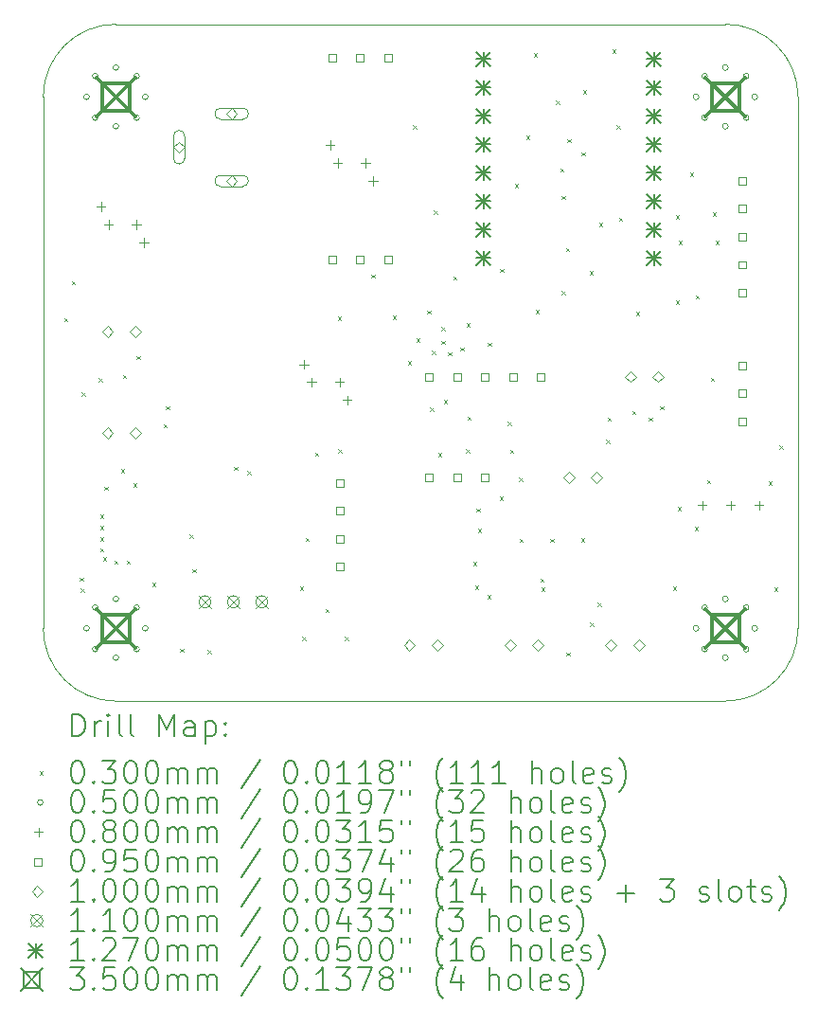
<source format=gbr>
%TF.GenerationSoftware,KiCad,Pcbnew,8.0.5-8.0.5-0~ubuntu24.04.1*%
%TF.CreationDate,2024-09-30T22:36:01+02:00*%
%TF.ProjectId,ESP32-C3_LED_driver_PCB,45535033-322d-4433-935f-4c45445f6472,v1.0*%
%TF.SameCoordinates,Original*%
%TF.FileFunction,Drillmap*%
%TF.FilePolarity,Positive*%
%FSLAX45Y45*%
G04 Gerber Fmt 4.5, Leading zero omitted, Abs format (unit mm)*
G04 Created by KiCad (PCBNEW 8.0.5-8.0.5-0~ubuntu24.04.1) date 2024-09-30 22:36:01*
%MOMM*%
%LPD*%
G01*
G04 APERTURE LIST*
%ADD10C,0.050000*%
%ADD11C,0.200000*%
%ADD12C,0.100000*%
%ADD13C,0.110000*%
%ADD14C,0.127000*%
%ADD15C,0.350000*%
G04 APERTURE END LIST*
D10*
X10050000Y-6700000D02*
X10050000Y-11450000D01*
X16150000Y-6050000D02*
X10700000Y-6050000D01*
X16800000Y-11450000D02*
X16800000Y-6700000D01*
X10700000Y-12100000D02*
X16150000Y-12100000D01*
X10050000Y-6700000D02*
G75*
G02*
X10700000Y-6050000I650000J0D01*
G01*
X10700000Y-12100000D02*
G75*
G02*
X10050000Y-11450000I0J650000D01*
G01*
X16800000Y-11450000D02*
G75*
G02*
X16150000Y-12100000I-650000J0D01*
G01*
X16150000Y-6050000D02*
G75*
G02*
X16800000Y-6700000I0J-650000D01*
G01*
D11*
D12*
X10235000Y-8675000D02*
X10265000Y-8705000D01*
X10265000Y-8675000D02*
X10235000Y-8705000D01*
X10305000Y-8345000D02*
X10335000Y-8375000D01*
X10335000Y-8345000D02*
X10305000Y-8375000D01*
X10375000Y-10995000D02*
X10405000Y-11025000D01*
X10405000Y-10995000D02*
X10375000Y-11025000D01*
X10385000Y-11095000D02*
X10415000Y-11125000D01*
X10415000Y-11095000D02*
X10385000Y-11125000D01*
X10395000Y-9340000D02*
X10425000Y-9370000D01*
X10425000Y-9340000D02*
X10395000Y-9370000D01*
X10545000Y-9215000D02*
X10575000Y-9245000D01*
X10575000Y-9215000D02*
X10545000Y-9245000D01*
X10560000Y-10435000D02*
X10590000Y-10465000D01*
X10590000Y-10435000D02*
X10560000Y-10465000D01*
X10560000Y-10535000D02*
X10590000Y-10565000D01*
X10590000Y-10535000D02*
X10560000Y-10565000D01*
X10560000Y-10635000D02*
X10590000Y-10665000D01*
X10590000Y-10635000D02*
X10560000Y-10665000D01*
X10560000Y-10735000D02*
X10590000Y-10765000D01*
X10590000Y-10735000D02*
X10560000Y-10765000D01*
X10585000Y-10815000D02*
X10615000Y-10845000D01*
X10615000Y-10815000D02*
X10585000Y-10845000D01*
X10595000Y-10185000D02*
X10625000Y-10215000D01*
X10625000Y-10185000D02*
X10595000Y-10215000D01*
X10685000Y-10845000D02*
X10715000Y-10875000D01*
X10715000Y-10845000D02*
X10685000Y-10875000D01*
X10745000Y-10025000D02*
X10775000Y-10055000D01*
X10775000Y-10025000D02*
X10745000Y-10055000D01*
X10760000Y-9185000D02*
X10790000Y-9215000D01*
X10790000Y-9185000D02*
X10760000Y-9215000D01*
X10795000Y-10845000D02*
X10825000Y-10875000D01*
X10825000Y-10845000D02*
X10795000Y-10875000D01*
X10855000Y-10155000D02*
X10885000Y-10185000D01*
X10885000Y-10155000D02*
X10855000Y-10185000D01*
X10885000Y-9015000D02*
X10915000Y-9045000D01*
X10915000Y-9015000D02*
X10885000Y-9045000D01*
X11025000Y-11045000D02*
X11055000Y-11075000D01*
X11055000Y-11045000D02*
X11025000Y-11075000D01*
X11125000Y-9625000D02*
X11155000Y-9655000D01*
X11155000Y-9625000D02*
X11125000Y-9655000D01*
X11145000Y-9465000D02*
X11175000Y-9495000D01*
X11175000Y-9465000D02*
X11145000Y-9495000D01*
X11275000Y-11630000D02*
X11305000Y-11660000D01*
X11305000Y-11630000D02*
X11275000Y-11660000D01*
X11360000Y-10610000D02*
X11390000Y-10640000D01*
X11390000Y-10610000D02*
X11360000Y-10640000D01*
X11385000Y-10920000D02*
X11415000Y-10950000D01*
X11415000Y-10920000D02*
X11385000Y-10950000D01*
X11520000Y-11645000D02*
X11550000Y-11675000D01*
X11550000Y-11645000D02*
X11520000Y-11675000D01*
X11755000Y-10005000D02*
X11785000Y-10035000D01*
X11785000Y-10005000D02*
X11755000Y-10035000D01*
X11875000Y-10045000D02*
X11905000Y-10075000D01*
X11905000Y-10045000D02*
X11875000Y-10075000D01*
X12345000Y-11075000D02*
X12375000Y-11105000D01*
X12375000Y-11075000D02*
X12345000Y-11105000D01*
X12365000Y-11525000D02*
X12395000Y-11555000D01*
X12395000Y-11525000D02*
X12365000Y-11555000D01*
X12395000Y-10640000D02*
X12425000Y-10670000D01*
X12425000Y-10640000D02*
X12395000Y-10670000D01*
X12480000Y-9880000D02*
X12510000Y-9910000D01*
X12510000Y-9880000D02*
X12480000Y-9910000D01*
X12575000Y-11275000D02*
X12605000Y-11305000D01*
X12605000Y-11275000D02*
X12575000Y-11305000D01*
X12685000Y-8665000D02*
X12715000Y-8695000D01*
X12715000Y-8665000D02*
X12685000Y-8695000D01*
X12690000Y-9850000D02*
X12720000Y-9880000D01*
X12720000Y-9850000D02*
X12690000Y-9880000D01*
X12745000Y-11525000D02*
X12775000Y-11555000D01*
X12775000Y-11525000D02*
X12745000Y-11555000D01*
X12985000Y-8285000D02*
X13015000Y-8315000D01*
X13015000Y-8285000D02*
X12985000Y-8315000D01*
X13175000Y-8655000D02*
X13205000Y-8685000D01*
X13205000Y-8655000D02*
X13175000Y-8685000D01*
X13310000Y-9060000D02*
X13340000Y-9090000D01*
X13340000Y-9060000D02*
X13310000Y-9090000D01*
X13355000Y-6955000D02*
X13385000Y-6985000D01*
X13385000Y-6955000D02*
X13355000Y-6985000D01*
X13385000Y-8860000D02*
X13415000Y-8890000D01*
X13415000Y-8860000D02*
X13385000Y-8890000D01*
X13485000Y-8610000D02*
X13515000Y-8640000D01*
X13515000Y-8610000D02*
X13485000Y-8640000D01*
X13510000Y-9475000D02*
X13540000Y-9505000D01*
X13540000Y-9475000D02*
X13510000Y-9505000D01*
X13525000Y-8970000D02*
X13555000Y-9000000D01*
X13555000Y-8970000D02*
X13525000Y-9000000D01*
X13545000Y-7715000D02*
X13575000Y-7745000D01*
X13575000Y-7715000D02*
X13545000Y-7745000D01*
X13580000Y-9885000D02*
X13610000Y-9915000D01*
X13610000Y-9885000D02*
X13580000Y-9915000D01*
X13610000Y-8755000D02*
X13640000Y-8785000D01*
X13640000Y-8755000D02*
X13610000Y-8785000D01*
X13610000Y-8880000D02*
X13640000Y-8910000D01*
X13640000Y-8880000D02*
X13610000Y-8910000D01*
X13630000Y-9410000D02*
X13660000Y-9440000D01*
X13660000Y-9410000D02*
X13630000Y-9440000D01*
X13670000Y-8980000D02*
X13700000Y-9010000D01*
X13700000Y-8980000D02*
X13670000Y-9010000D01*
X13715000Y-8305000D02*
X13745000Y-8335000D01*
X13745000Y-8305000D02*
X13715000Y-8335000D01*
X13780000Y-8940000D02*
X13810000Y-8970000D01*
X13810000Y-8940000D02*
X13780000Y-8970000D01*
X13830000Y-9850000D02*
X13860000Y-9880000D01*
X13860000Y-9850000D02*
X13830000Y-9880000D01*
X13835000Y-8725000D02*
X13865000Y-8755000D01*
X13865000Y-8725000D02*
X13835000Y-8755000D01*
X13845000Y-9555000D02*
X13875000Y-9585000D01*
X13875000Y-9555000D02*
X13845000Y-9585000D01*
X13895000Y-10855000D02*
X13925000Y-10885000D01*
X13925000Y-10855000D02*
X13895000Y-10885000D01*
X13910000Y-11070000D02*
X13940000Y-11100000D01*
X13940000Y-11070000D02*
X13910000Y-11100000D01*
X13925000Y-10380000D02*
X13955000Y-10410000D01*
X13955000Y-10380000D02*
X13925000Y-10410000D01*
X13935000Y-10560000D02*
X13965000Y-10590000D01*
X13965000Y-10560000D02*
X13935000Y-10590000D01*
X14020000Y-11155000D02*
X14050000Y-11185000D01*
X14050000Y-11155000D02*
X14020000Y-11185000D01*
X14025000Y-8895000D02*
X14055000Y-8925000D01*
X14055000Y-8895000D02*
X14025000Y-8925000D01*
X14130000Y-10270000D02*
X14160000Y-10300000D01*
X14160000Y-10270000D02*
X14130000Y-10300000D01*
X14135000Y-8235000D02*
X14165000Y-8265000D01*
X14165000Y-8235000D02*
X14135000Y-8265000D01*
X14205000Y-9605000D02*
X14235000Y-9635000D01*
X14235000Y-9605000D02*
X14205000Y-9635000D01*
X14225000Y-9855000D02*
X14255000Y-9885000D01*
X14255000Y-9855000D02*
X14225000Y-9885000D01*
X14265000Y-7480000D02*
X14295000Y-7510000D01*
X14295000Y-7480000D02*
X14265000Y-7510000D01*
X14305000Y-10105000D02*
X14335000Y-10135000D01*
X14335000Y-10105000D02*
X14305000Y-10135000D01*
X14310000Y-10650000D02*
X14340000Y-10680000D01*
X14340000Y-10650000D02*
X14310000Y-10680000D01*
X14370000Y-7045000D02*
X14400000Y-7075000D01*
X14400000Y-7045000D02*
X14370000Y-7075000D01*
X14435000Y-6310000D02*
X14465000Y-6340000D01*
X14465000Y-6310000D02*
X14435000Y-6340000D01*
X14455000Y-8605000D02*
X14485000Y-8635000D01*
X14485000Y-8605000D02*
X14455000Y-8635000D01*
X14495000Y-11005000D02*
X14525000Y-11035000D01*
X14525000Y-11005000D02*
X14495000Y-11035000D01*
X14505000Y-11085000D02*
X14535000Y-11115000D01*
X14535000Y-11085000D02*
X14505000Y-11115000D01*
X14585000Y-10650000D02*
X14615000Y-10680000D01*
X14615000Y-10650000D02*
X14585000Y-10680000D01*
X14635000Y-6735000D02*
X14665000Y-6765000D01*
X14665000Y-6735000D02*
X14635000Y-6765000D01*
X14675000Y-7340000D02*
X14705000Y-7370000D01*
X14705000Y-7340000D02*
X14675000Y-7370000D01*
X14685000Y-7585000D02*
X14715000Y-7615000D01*
X14715000Y-7585000D02*
X14685000Y-7615000D01*
X14685000Y-8435000D02*
X14715000Y-8465000D01*
X14715000Y-8435000D02*
X14685000Y-8465000D01*
X14725000Y-8050000D02*
X14755000Y-8080000D01*
X14755000Y-8050000D02*
X14725000Y-8080000D01*
X14730000Y-11665000D02*
X14760000Y-11695000D01*
X14760000Y-11665000D02*
X14730000Y-11695000D01*
X14735000Y-7075000D02*
X14765000Y-7105000D01*
X14765000Y-7075000D02*
X14735000Y-7105000D01*
X14860000Y-10645000D02*
X14890000Y-10675000D01*
X14890000Y-10645000D02*
X14860000Y-10675000D01*
X14865000Y-7195000D02*
X14895000Y-7225000D01*
X14895000Y-7195000D02*
X14865000Y-7225000D01*
X14875000Y-6640000D02*
X14905000Y-6670000D01*
X14905000Y-6640000D02*
X14875000Y-6670000D01*
X14935000Y-8255000D02*
X14965000Y-8285000D01*
X14965000Y-8255000D02*
X14935000Y-8285000D01*
X14940000Y-11400000D02*
X14970000Y-11430000D01*
X14970000Y-11400000D02*
X14940000Y-11430000D01*
X15010000Y-11220000D02*
X15040000Y-11250000D01*
X15040000Y-11220000D02*
X15010000Y-11250000D01*
X15020000Y-7825000D02*
X15050000Y-7855000D01*
X15050000Y-7825000D02*
X15020000Y-7855000D01*
X15085000Y-9765000D02*
X15115000Y-9795000D01*
X15115000Y-9765000D02*
X15085000Y-9795000D01*
X15095000Y-9565000D02*
X15125000Y-9595000D01*
X15125000Y-9565000D02*
X15095000Y-9595000D01*
X15140000Y-6275000D02*
X15170000Y-6305000D01*
X15170000Y-6275000D02*
X15140000Y-6305000D01*
X15175000Y-6955000D02*
X15205000Y-6985000D01*
X15205000Y-6955000D02*
X15175000Y-6985000D01*
X15200000Y-7780000D02*
X15230000Y-7810000D01*
X15230000Y-7780000D02*
X15200000Y-7810000D01*
X15315000Y-9505000D02*
X15345000Y-9535000D01*
X15345000Y-9505000D02*
X15315000Y-9535000D01*
X15352000Y-8621000D02*
X15382000Y-8651000D01*
X15382000Y-8621000D02*
X15352000Y-8651000D01*
X15465000Y-9565000D02*
X15495000Y-9595000D01*
X15495000Y-9565000D02*
X15465000Y-9595000D01*
X15565000Y-9465000D02*
X15595000Y-9495000D01*
X15595000Y-9465000D02*
X15565000Y-9495000D01*
X15680000Y-11075000D02*
X15710000Y-11105000D01*
X15710000Y-11075000D02*
X15680000Y-11105000D01*
X15707600Y-7757400D02*
X15737600Y-7787400D01*
X15737600Y-7757400D02*
X15707600Y-7787400D01*
X15707600Y-8519400D02*
X15737600Y-8549400D01*
X15737600Y-8519400D02*
X15707600Y-8549400D01*
X15725000Y-10365000D02*
X15755000Y-10395000D01*
X15755000Y-10365000D02*
X15725000Y-10395000D01*
X15733000Y-7986000D02*
X15763000Y-8016000D01*
X15763000Y-7986000D02*
X15733000Y-8016000D01*
X15834600Y-7376400D02*
X15864600Y-7406400D01*
X15864600Y-7376400D02*
X15834600Y-7406400D01*
X15875000Y-10545000D02*
X15905000Y-10575000D01*
X15905000Y-10545000D02*
X15875000Y-10575000D01*
X15885000Y-8475000D02*
X15915000Y-8505000D01*
X15915000Y-8475000D02*
X15885000Y-8505000D01*
X15985000Y-10125000D02*
X16015000Y-10155000D01*
X16015000Y-10125000D02*
X15985000Y-10155000D01*
X16020000Y-9210000D02*
X16050000Y-9240000D01*
X16050000Y-9210000D02*
X16020000Y-9240000D01*
X16037800Y-7732000D02*
X16067800Y-7762000D01*
X16067800Y-7732000D02*
X16037800Y-7762000D01*
X16063200Y-7986000D02*
X16093200Y-8016000D01*
X16093200Y-7986000D02*
X16063200Y-8016000D01*
X16535000Y-10135000D02*
X16565000Y-10165000D01*
X16565000Y-10135000D02*
X16535000Y-10165000D01*
X16585000Y-11085000D02*
X16615000Y-11115000D01*
X16615000Y-11085000D02*
X16585000Y-11115000D01*
X16635000Y-9815000D02*
X16665000Y-9845000D01*
X16665000Y-9815000D02*
X16635000Y-9845000D01*
X10462500Y-6700000D02*
G75*
G02*
X10412500Y-6700000I-25000J0D01*
G01*
X10412500Y-6700000D02*
G75*
G02*
X10462500Y-6700000I25000J0D01*
G01*
X10462500Y-11450000D02*
G75*
G02*
X10412500Y-11450000I-25000J0D01*
G01*
X10412500Y-11450000D02*
G75*
G02*
X10462500Y-11450000I25000J0D01*
G01*
X10539385Y-6514384D02*
G75*
G02*
X10489385Y-6514384I-25000J0D01*
G01*
X10489385Y-6514384D02*
G75*
G02*
X10539385Y-6514384I25000J0D01*
G01*
X10539385Y-6885615D02*
G75*
G02*
X10489385Y-6885615I-25000J0D01*
G01*
X10489385Y-6885615D02*
G75*
G02*
X10539385Y-6885615I25000J0D01*
G01*
X10539385Y-11264384D02*
G75*
G02*
X10489385Y-11264384I-25000J0D01*
G01*
X10489385Y-11264384D02*
G75*
G02*
X10539385Y-11264384I25000J0D01*
G01*
X10539385Y-11635615D02*
G75*
G02*
X10489385Y-11635615I-25000J0D01*
G01*
X10489385Y-11635615D02*
G75*
G02*
X10539385Y-11635615I25000J0D01*
G01*
X10725000Y-6437500D02*
G75*
G02*
X10675000Y-6437500I-25000J0D01*
G01*
X10675000Y-6437500D02*
G75*
G02*
X10725000Y-6437500I25000J0D01*
G01*
X10725000Y-6962500D02*
G75*
G02*
X10675000Y-6962500I-25000J0D01*
G01*
X10675000Y-6962500D02*
G75*
G02*
X10725000Y-6962500I25000J0D01*
G01*
X10725000Y-11187500D02*
G75*
G02*
X10675000Y-11187500I-25000J0D01*
G01*
X10675000Y-11187500D02*
G75*
G02*
X10725000Y-11187500I25000J0D01*
G01*
X10725000Y-11712500D02*
G75*
G02*
X10675000Y-11712500I-25000J0D01*
G01*
X10675000Y-11712500D02*
G75*
G02*
X10725000Y-11712500I25000J0D01*
G01*
X10910616Y-6514384D02*
G75*
G02*
X10860616Y-6514384I-25000J0D01*
G01*
X10860616Y-6514384D02*
G75*
G02*
X10910616Y-6514384I25000J0D01*
G01*
X10910616Y-6885615D02*
G75*
G02*
X10860616Y-6885615I-25000J0D01*
G01*
X10860616Y-6885615D02*
G75*
G02*
X10910616Y-6885615I25000J0D01*
G01*
X10910616Y-11264384D02*
G75*
G02*
X10860616Y-11264384I-25000J0D01*
G01*
X10860616Y-11264384D02*
G75*
G02*
X10910616Y-11264384I25000J0D01*
G01*
X10910616Y-11635615D02*
G75*
G02*
X10860616Y-11635615I-25000J0D01*
G01*
X10860616Y-11635615D02*
G75*
G02*
X10910616Y-11635615I25000J0D01*
G01*
X10987500Y-6700000D02*
G75*
G02*
X10937500Y-6700000I-25000J0D01*
G01*
X10937500Y-6700000D02*
G75*
G02*
X10987500Y-6700000I25000J0D01*
G01*
X10987500Y-11450000D02*
G75*
G02*
X10937500Y-11450000I-25000J0D01*
G01*
X10937500Y-11450000D02*
G75*
G02*
X10987500Y-11450000I25000J0D01*
G01*
X15912500Y-6700000D02*
G75*
G02*
X15862500Y-6700000I-25000J0D01*
G01*
X15862500Y-6700000D02*
G75*
G02*
X15912500Y-6700000I25000J0D01*
G01*
X15912500Y-11450000D02*
G75*
G02*
X15862500Y-11450000I-25000J0D01*
G01*
X15862500Y-11450000D02*
G75*
G02*
X15912500Y-11450000I25000J0D01*
G01*
X15989384Y-6514384D02*
G75*
G02*
X15939384Y-6514384I-25000J0D01*
G01*
X15939384Y-6514384D02*
G75*
G02*
X15989384Y-6514384I25000J0D01*
G01*
X15989384Y-6885615D02*
G75*
G02*
X15939384Y-6885615I-25000J0D01*
G01*
X15939384Y-6885615D02*
G75*
G02*
X15989384Y-6885615I25000J0D01*
G01*
X15989384Y-11264384D02*
G75*
G02*
X15939384Y-11264384I-25000J0D01*
G01*
X15939384Y-11264384D02*
G75*
G02*
X15989384Y-11264384I25000J0D01*
G01*
X15989384Y-11635615D02*
G75*
G02*
X15939384Y-11635615I-25000J0D01*
G01*
X15939384Y-11635615D02*
G75*
G02*
X15989384Y-11635615I25000J0D01*
G01*
X16175000Y-6437500D02*
G75*
G02*
X16125000Y-6437500I-25000J0D01*
G01*
X16125000Y-6437500D02*
G75*
G02*
X16175000Y-6437500I25000J0D01*
G01*
X16175000Y-6962500D02*
G75*
G02*
X16125000Y-6962500I-25000J0D01*
G01*
X16125000Y-6962500D02*
G75*
G02*
X16175000Y-6962500I25000J0D01*
G01*
X16175000Y-11187500D02*
G75*
G02*
X16125000Y-11187500I-25000J0D01*
G01*
X16125000Y-11187500D02*
G75*
G02*
X16175000Y-11187500I25000J0D01*
G01*
X16175000Y-11712500D02*
G75*
G02*
X16125000Y-11712500I-25000J0D01*
G01*
X16125000Y-11712500D02*
G75*
G02*
X16175000Y-11712500I25000J0D01*
G01*
X16360615Y-6514384D02*
G75*
G02*
X16310615Y-6514384I-25000J0D01*
G01*
X16310615Y-6514384D02*
G75*
G02*
X16360615Y-6514384I25000J0D01*
G01*
X16360615Y-6885615D02*
G75*
G02*
X16310615Y-6885615I-25000J0D01*
G01*
X16310615Y-6885615D02*
G75*
G02*
X16360615Y-6885615I25000J0D01*
G01*
X16360615Y-11264384D02*
G75*
G02*
X16310615Y-11264384I-25000J0D01*
G01*
X16310615Y-11264384D02*
G75*
G02*
X16360615Y-11264384I25000J0D01*
G01*
X16360615Y-11635615D02*
G75*
G02*
X16310615Y-11635615I-25000J0D01*
G01*
X16310615Y-11635615D02*
G75*
G02*
X16360615Y-11635615I25000J0D01*
G01*
X16437500Y-6700000D02*
G75*
G02*
X16387500Y-6700000I-25000J0D01*
G01*
X16387500Y-6700000D02*
G75*
G02*
X16437500Y-6700000I25000J0D01*
G01*
X16437500Y-11450000D02*
G75*
G02*
X16387500Y-11450000I-25000J0D01*
G01*
X16387500Y-11450000D02*
G75*
G02*
X16437500Y-11450000I25000J0D01*
G01*
X10565813Y-7640000D02*
X10565813Y-7720000D01*
X10525813Y-7680000D02*
X10605813Y-7680000D01*
X10632906Y-7800000D02*
X10632906Y-7880000D01*
X10592906Y-7840000D02*
X10672906Y-7840000D01*
X10882906Y-7800000D02*
X10882906Y-7880000D01*
X10842906Y-7840000D02*
X10922906Y-7840000D01*
X10950000Y-7960000D02*
X10950000Y-8040000D01*
X10910000Y-8000000D02*
X10990000Y-8000000D01*
X12382906Y-9050000D02*
X12382906Y-9130000D01*
X12342906Y-9090000D02*
X12422906Y-9090000D01*
X12450000Y-9210000D02*
X12450000Y-9290000D01*
X12410000Y-9250000D02*
X12490000Y-9250000D01*
X12615813Y-7090000D02*
X12615813Y-7170000D01*
X12575813Y-7130000D02*
X12655813Y-7130000D01*
X12682906Y-7250000D02*
X12682906Y-7330000D01*
X12642906Y-7290000D02*
X12722906Y-7290000D01*
X12700000Y-9210000D02*
X12700000Y-9290000D01*
X12660000Y-9250000D02*
X12740000Y-9250000D01*
X12767094Y-9370000D02*
X12767094Y-9450000D01*
X12727094Y-9410000D02*
X12807094Y-9410000D01*
X12932906Y-7250000D02*
X12932906Y-7330000D01*
X12892906Y-7290000D02*
X12972906Y-7290000D01*
X13000000Y-7410000D02*
X13000000Y-7490000D01*
X12960000Y-7450000D02*
X13040000Y-7450000D01*
X15942000Y-10310000D02*
X15942000Y-10390000D01*
X15902000Y-10350000D02*
X15982000Y-10350000D01*
X16196000Y-10310000D02*
X16196000Y-10390000D01*
X16156000Y-10350000D02*
X16236000Y-10350000D01*
X16450000Y-10310000D02*
X16450000Y-10390000D01*
X16410000Y-10350000D02*
X16490000Y-10350000D01*
X12667775Y-6383588D02*
X12667775Y-6316412D01*
X12600599Y-6316412D01*
X12600599Y-6383588D01*
X12667775Y-6383588D01*
X12667775Y-8183588D02*
X12667775Y-8116412D01*
X12600599Y-8116412D01*
X12600599Y-8183588D01*
X12667775Y-8183588D01*
X12733588Y-10183588D02*
X12733588Y-10116412D01*
X12666412Y-10116412D01*
X12666412Y-10183588D01*
X12733588Y-10183588D01*
X12733588Y-10433588D02*
X12733588Y-10366412D01*
X12666412Y-10366412D01*
X12666412Y-10433588D01*
X12733588Y-10433588D01*
X12733588Y-10683588D02*
X12733588Y-10616412D01*
X12666412Y-10616412D01*
X12666412Y-10683588D01*
X12733588Y-10683588D01*
X12733588Y-10933588D02*
X12733588Y-10866412D01*
X12666412Y-10866412D01*
X12666412Y-10933588D01*
X12733588Y-10933588D01*
X12917775Y-6383588D02*
X12917775Y-6316412D01*
X12850599Y-6316412D01*
X12850599Y-6383588D01*
X12917775Y-6383588D01*
X12917775Y-8183588D02*
X12917775Y-8116412D01*
X12850599Y-8116412D01*
X12850599Y-8183588D01*
X12917775Y-8183588D01*
X13167775Y-6383588D02*
X13167775Y-6316412D01*
X13100599Y-6316412D01*
X13100599Y-6383588D01*
X13167775Y-6383588D01*
X13167775Y-8183588D02*
X13167775Y-8116412D01*
X13100599Y-8116412D01*
X13100599Y-8183588D01*
X13167775Y-8183588D01*
X13533588Y-9233588D02*
X13533588Y-9166412D01*
X13466412Y-9166412D01*
X13466412Y-9233588D01*
X13533588Y-9233588D01*
X13533588Y-10133588D02*
X13533588Y-10066412D01*
X13466412Y-10066412D01*
X13466412Y-10133588D01*
X13533588Y-10133588D01*
X13783588Y-9233588D02*
X13783588Y-9166412D01*
X13716412Y-9166412D01*
X13716412Y-9233588D01*
X13783588Y-9233588D01*
X13783588Y-10133588D02*
X13783588Y-10066412D01*
X13716412Y-10066412D01*
X13716412Y-10133588D01*
X13783588Y-10133588D01*
X14033588Y-9233588D02*
X14033588Y-9166412D01*
X13966412Y-9166412D01*
X13966412Y-9233588D01*
X14033588Y-9233588D01*
X14033588Y-10133588D02*
X14033588Y-10066412D01*
X13966412Y-10066412D01*
X13966412Y-10133588D01*
X14033588Y-10133588D01*
X14283588Y-9233588D02*
X14283588Y-9166412D01*
X14216412Y-9166412D01*
X14216412Y-9233588D01*
X14283588Y-9233588D01*
X14533588Y-9233588D02*
X14533588Y-9166412D01*
X14466412Y-9166412D01*
X14466412Y-9233588D01*
X14533588Y-9233588D01*
X16333588Y-9133588D02*
X16333588Y-9066412D01*
X16266412Y-9066412D01*
X16266412Y-9133588D01*
X16333588Y-9133588D01*
X16333588Y-9383588D02*
X16333588Y-9316412D01*
X16266412Y-9316412D01*
X16266412Y-9383588D01*
X16333588Y-9383588D01*
X16333588Y-9633588D02*
X16333588Y-9566412D01*
X16266412Y-9566412D01*
X16266412Y-9633588D01*
X16333588Y-9633588D01*
X16336088Y-7483588D02*
X16336088Y-7416412D01*
X16268912Y-7416412D01*
X16268912Y-7483588D01*
X16336088Y-7483588D01*
X16336088Y-7733588D02*
X16336088Y-7666412D01*
X16268912Y-7666412D01*
X16268912Y-7733588D01*
X16336088Y-7733588D01*
X16336088Y-7983588D02*
X16336088Y-7916412D01*
X16268912Y-7916412D01*
X16268912Y-7983588D01*
X16336088Y-7983588D01*
X16336088Y-8233588D02*
X16336088Y-8166412D01*
X16268912Y-8166412D01*
X16268912Y-8233588D01*
X16336088Y-8233588D01*
X16336088Y-8483588D02*
X16336088Y-8416412D01*
X16268912Y-8416412D01*
X16268912Y-8483588D01*
X16336088Y-8483588D01*
X10625000Y-8847500D02*
X10675000Y-8797500D01*
X10625000Y-8747500D01*
X10575000Y-8797500D01*
X10625000Y-8847500D01*
X10625000Y-9750000D02*
X10675000Y-9700000D01*
X10625000Y-9650000D01*
X10575000Y-9700000D01*
X10625000Y-9750000D01*
X10875000Y-8847500D02*
X10925000Y-8797500D01*
X10875000Y-8747500D01*
X10825000Y-8797500D01*
X10875000Y-8847500D01*
X10875000Y-9750000D02*
X10925000Y-9700000D01*
X10875000Y-9650000D01*
X10825000Y-9700000D01*
X10875000Y-9750000D01*
X11264187Y-7200000D02*
X11314187Y-7150000D01*
X11264187Y-7100000D01*
X11214187Y-7150000D01*
X11264187Y-7200000D01*
X11214187Y-7050000D02*
X11214187Y-7250000D01*
X11314187Y-7250000D02*
G75*
G02*
X11214187Y-7250000I-50000J0D01*
G01*
X11314187Y-7250000D02*
X11314187Y-7050000D01*
X11314187Y-7050000D02*
G75*
G03*
X11214187Y-7050000I-50000J0D01*
G01*
X11734187Y-6900000D02*
X11784187Y-6850000D01*
X11734187Y-6800000D01*
X11684187Y-6850000D01*
X11734187Y-6900000D01*
X11834187Y-6800000D02*
X11634187Y-6800000D01*
X11634187Y-6900000D02*
G75*
G02*
X11634187Y-6800000I0J50000D01*
G01*
X11634187Y-6900000D02*
X11834187Y-6900000D01*
X11834187Y-6900000D02*
G75*
G03*
X11834187Y-6800000I0J50000D01*
G01*
X11734187Y-7500000D02*
X11784187Y-7450000D01*
X11734187Y-7400000D01*
X11684187Y-7450000D01*
X11734187Y-7500000D01*
X11834187Y-7400000D02*
X11634187Y-7400000D01*
X11634187Y-7500000D02*
G75*
G02*
X11634187Y-7400000I0J50000D01*
G01*
X11634187Y-7500000D02*
X11834187Y-7500000D01*
X11834187Y-7500000D02*
G75*
G03*
X11834187Y-7400000I0J50000D01*
G01*
X13325000Y-11650000D02*
X13375000Y-11600000D01*
X13325000Y-11550000D01*
X13275000Y-11600000D01*
X13325000Y-11650000D01*
X13575000Y-11650000D02*
X13625000Y-11600000D01*
X13575000Y-11550000D01*
X13525000Y-11600000D01*
X13575000Y-11650000D01*
X14225000Y-11650000D02*
X14275000Y-11600000D01*
X14225000Y-11550000D01*
X14175000Y-11600000D01*
X14225000Y-11650000D01*
X14475000Y-11650000D02*
X14525000Y-11600000D01*
X14475000Y-11550000D01*
X14425000Y-11600000D01*
X14475000Y-11650000D01*
X14750000Y-10150000D02*
X14800000Y-10100000D01*
X14750000Y-10050000D01*
X14700000Y-10100000D01*
X14750000Y-10150000D01*
X15000000Y-10150000D02*
X15050000Y-10100000D01*
X15000000Y-10050000D01*
X14950000Y-10100000D01*
X15000000Y-10150000D01*
X15125000Y-11650000D02*
X15175000Y-11600000D01*
X15125000Y-11550000D01*
X15075000Y-11600000D01*
X15125000Y-11650000D01*
X15300000Y-9250000D02*
X15350000Y-9200000D01*
X15300000Y-9150000D01*
X15250000Y-9200000D01*
X15300000Y-9250000D01*
X15375000Y-11650000D02*
X15425000Y-11600000D01*
X15375000Y-11550000D01*
X15325000Y-11600000D01*
X15375000Y-11650000D01*
X15550000Y-9250000D02*
X15600000Y-9200000D01*
X15550000Y-9150000D01*
X15500000Y-9200000D01*
X15550000Y-9250000D01*
D13*
X11441000Y-11158000D02*
X11551000Y-11268000D01*
X11551000Y-11158000D02*
X11441000Y-11268000D01*
X11551000Y-11213000D02*
G75*
G02*
X11441000Y-11213000I-55000J0D01*
G01*
X11441000Y-11213000D02*
G75*
G02*
X11551000Y-11213000I55000J0D01*
G01*
X11695000Y-11158000D02*
X11805000Y-11268000D01*
X11805000Y-11158000D02*
X11695000Y-11268000D01*
X11805000Y-11213000D02*
G75*
G02*
X11695000Y-11213000I-55000J0D01*
G01*
X11695000Y-11213000D02*
G75*
G02*
X11805000Y-11213000I55000J0D01*
G01*
X11949000Y-11158000D02*
X12059000Y-11268000D01*
X12059000Y-11158000D02*
X11949000Y-11268000D01*
X12059000Y-11213000D02*
G75*
G02*
X11949000Y-11213000I-55000J0D01*
G01*
X11949000Y-11213000D02*
G75*
G02*
X12059000Y-11213000I55000J0D01*
G01*
D14*
X13924500Y-6296500D02*
X14051500Y-6423500D01*
X14051500Y-6296500D02*
X13924500Y-6423500D01*
X13988000Y-6296500D02*
X13988000Y-6423500D01*
X13924500Y-6360000D02*
X14051500Y-6360000D01*
X13924500Y-6550500D02*
X14051500Y-6677500D01*
X14051500Y-6550500D02*
X13924500Y-6677500D01*
X13988000Y-6550500D02*
X13988000Y-6677500D01*
X13924500Y-6614000D02*
X14051500Y-6614000D01*
X13924500Y-6804500D02*
X14051500Y-6931500D01*
X14051500Y-6804500D02*
X13924500Y-6931500D01*
X13988000Y-6804500D02*
X13988000Y-6931500D01*
X13924500Y-6868000D02*
X14051500Y-6868000D01*
X13924500Y-7058500D02*
X14051500Y-7185500D01*
X14051500Y-7058500D02*
X13924500Y-7185500D01*
X13988000Y-7058500D02*
X13988000Y-7185500D01*
X13924500Y-7122000D02*
X14051500Y-7122000D01*
X13924500Y-7312500D02*
X14051500Y-7439500D01*
X14051500Y-7312500D02*
X13924500Y-7439500D01*
X13988000Y-7312500D02*
X13988000Y-7439500D01*
X13924500Y-7376000D02*
X14051500Y-7376000D01*
X13924500Y-7566500D02*
X14051500Y-7693500D01*
X14051500Y-7566500D02*
X13924500Y-7693500D01*
X13988000Y-7566500D02*
X13988000Y-7693500D01*
X13924500Y-7630000D02*
X14051500Y-7630000D01*
X13924500Y-7820500D02*
X14051500Y-7947500D01*
X14051500Y-7820500D02*
X13924500Y-7947500D01*
X13988000Y-7820500D02*
X13988000Y-7947500D01*
X13924500Y-7884000D02*
X14051500Y-7884000D01*
X13924500Y-8074500D02*
X14051500Y-8201500D01*
X14051500Y-8074500D02*
X13924500Y-8201500D01*
X13988000Y-8074500D02*
X13988000Y-8201500D01*
X13924500Y-8138000D02*
X14051500Y-8138000D01*
X15448500Y-6296500D02*
X15575500Y-6423500D01*
X15575500Y-6296500D02*
X15448500Y-6423500D01*
X15512000Y-6296500D02*
X15512000Y-6423500D01*
X15448500Y-6360000D02*
X15575500Y-6360000D01*
X15448500Y-6550500D02*
X15575500Y-6677500D01*
X15575500Y-6550500D02*
X15448500Y-6677500D01*
X15512000Y-6550500D02*
X15512000Y-6677500D01*
X15448500Y-6614000D02*
X15575500Y-6614000D01*
X15448500Y-6804500D02*
X15575500Y-6931500D01*
X15575500Y-6804500D02*
X15448500Y-6931500D01*
X15512000Y-6804500D02*
X15512000Y-6931500D01*
X15448500Y-6868000D02*
X15575500Y-6868000D01*
X15448500Y-7058500D02*
X15575500Y-7185500D01*
X15575500Y-7058500D02*
X15448500Y-7185500D01*
X15512000Y-7058500D02*
X15512000Y-7185500D01*
X15448500Y-7122000D02*
X15575500Y-7122000D01*
X15448500Y-7312500D02*
X15575500Y-7439500D01*
X15575500Y-7312500D02*
X15448500Y-7439500D01*
X15512000Y-7312500D02*
X15512000Y-7439500D01*
X15448500Y-7376000D02*
X15575500Y-7376000D01*
X15448500Y-7566500D02*
X15575500Y-7693500D01*
X15575500Y-7566500D02*
X15448500Y-7693500D01*
X15512000Y-7566500D02*
X15512000Y-7693500D01*
X15448500Y-7630000D02*
X15575500Y-7630000D01*
X15448500Y-7820500D02*
X15575500Y-7947500D01*
X15575500Y-7820500D02*
X15448500Y-7947500D01*
X15512000Y-7820500D02*
X15512000Y-7947500D01*
X15448500Y-7884000D02*
X15575500Y-7884000D01*
X15448500Y-8074500D02*
X15575500Y-8201500D01*
X15575500Y-8074500D02*
X15448500Y-8201500D01*
X15512000Y-8074500D02*
X15512000Y-8201500D01*
X15448500Y-8138000D02*
X15575500Y-8138000D01*
D15*
X10525000Y-6525000D02*
X10875000Y-6875000D01*
X10875000Y-6525000D02*
X10525000Y-6875000D01*
X10823745Y-6823745D02*
X10823745Y-6576255D01*
X10576255Y-6576255D01*
X10576255Y-6823745D01*
X10823745Y-6823745D01*
X10525000Y-11275000D02*
X10875000Y-11625000D01*
X10875000Y-11275000D02*
X10525000Y-11625000D01*
X10823745Y-11573745D02*
X10823745Y-11326255D01*
X10576255Y-11326255D01*
X10576255Y-11573745D01*
X10823745Y-11573745D01*
X15975000Y-6525000D02*
X16325000Y-6875000D01*
X16325000Y-6525000D02*
X15975000Y-6875000D01*
X16273745Y-6823745D02*
X16273745Y-6576255D01*
X16026255Y-6576255D01*
X16026255Y-6823745D01*
X16273745Y-6823745D01*
X15975000Y-11275000D02*
X16325000Y-11625000D01*
X16325000Y-11275000D02*
X15975000Y-11625000D01*
X16273745Y-11573745D02*
X16273745Y-11326255D01*
X16026255Y-11326255D01*
X16026255Y-11573745D01*
X16273745Y-11573745D01*
D11*
X10308277Y-12413984D02*
X10308277Y-12213984D01*
X10308277Y-12213984D02*
X10355896Y-12213984D01*
X10355896Y-12213984D02*
X10384467Y-12223508D01*
X10384467Y-12223508D02*
X10403515Y-12242555D01*
X10403515Y-12242555D02*
X10413039Y-12261603D01*
X10413039Y-12261603D02*
X10422563Y-12299698D01*
X10422563Y-12299698D02*
X10422563Y-12328269D01*
X10422563Y-12328269D02*
X10413039Y-12366365D01*
X10413039Y-12366365D02*
X10403515Y-12385412D01*
X10403515Y-12385412D02*
X10384467Y-12404460D01*
X10384467Y-12404460D02*
X10355896Y-12413984D01*
X10355896Y-12413984D02*
X10308277Y-12413984D01*
X10508277Y-12413984D02*
X10508277Y-12280650D01*
X10508277Y-12318746D02*
X10517801Y-12299698D01*
X10517801Y-12299698D02*
X10527324Y-12290174D01*
X10527324Y-12290174D02*
X10546372Y-12280650D01*
X10546372Y-12280650D02*
X10565420Y-12280650D01*
X10632086Y-12413984D02*
X10632086Y-12280650D01*
X10632086Y-12213984D02*
X10622563Y-12223508D01*
X10622563Y-12223508D02*
X10632086Y-12233031D01*
X10632086Y-12233031D02*
X10641610Y-12223508D01*
X10641610Y-12223508D02*
X10632086Y-12213984D01*
X10632086Y-12213984D02*
X10632086Y-12233031D01*
X10755896Y-12413984D02*
X10736848Y-12404460D01*
X10736848Y-12404460D02*
X10727324Y-12385412D01*
X10727324Y-12385412D02*
X10727324Y-12213984D01*
X10860658Y-12413984D02*
X10841610Y-12404460D01*
X10841610Y-12404460D02*
X10832086Y-12385412D01*
X10832086Y-12385412D02*
X10832086Y-12213984D01*
X11089229Y-12413984D02*
X11089229Y-12213984D01*
X11089229Y-12213984D02*
X11155896Y-12356841D01*
X11155896Y-12356841D02*
X11222562Y-12213984D01*
X11222562Y-12213984D02*
X11222562Y-12413984D01*
X11403515Y-12413984D02*
X11403515Y-12309222D01*
X11403515Y-12309222D02*
X11393991Y-12290174D01*
X11393991Y-12290174D02*
X11374943Y-12280650D01*
X11374943Y-12280650D02*
X11336848Y-12280650D01*
X11336848Y-12280650D02*
X11317801Y-12290174D01*
X11403515Y-12404460D02*
X11384467Y-12413984D01*
X11384467Y-12413984D02*
X11336848Y-12413984D01*
X11336848Y-12413984D02*
X11317801Y-12404460D01*
X11317801Y-12404460D02*
X11308277Y-12385412D01*
X11308277Y-12385412D02*
X11308277Y-12366365D01*
X11308277Y-12366365D02*
X11317801Y-12347317D01*
X11317801Y-12347317D02*
X11336848Y-12337793D01*
X11336848Y-12337793D02*
X11384467Y-12337793D01*
X11384467Y-12337793D02*
X11403515Y-12328269D01*
X11498753Y-12280650D02*
X11498753Y-12480650D01*
X11498753Y-12290174D02*
X11517801Y-12280650D01*
X11517801Y-12280650D02*
X11555896Y-12280650D01*
X11555896Y-12280650D02*
X11574943Y-12290174D01*
X11574943Y-12290174D02*
X11584467Y-12299698D01*
X11584467Y-12299698D02*
X11593991Y-12318746D01*
X11593991Y-12318746D02*
X11593991Y-12375888D01*
X11593991Y-12375888D02*
X11584467Y-12394936D01*
X11584467Y-12394936D02*
X11574943Y-12404460D01*
X11574943Y-12404460D02*
X11555896Y-12413984D01*
X11555896Y-12413984D02*
X11517801Y-12413984D01*
X11517801Y-12413984D02*
X11498753Y-12404460D01*
X11679705Y-12394936D02*
X11689229Y-12404460D01*
X11689229Y-12404460D02*
X11679705Y-12413984D01*
X11679705Y-12413984D02*
X11670182Y-12404460D01*
X11670182Y-12404460D02*
X11679705Y-12394936D01*
X11679705Y-12394936D02*
X11679705Y-12413984D01*
X11679705Y-12290174D02*
X11689229Y-12299698D01*
X11689229Y-12299698D02*
X11679705Y-12309222D01*
X11679705Y-12309222D02*
X11670182Y-12299698D01*
X11670182Y-12299698D02*
X11679705Y-12290174D01*
X11679705Y-12290174D02*
X11679705Y-12309222D01*
D12*
X10017500Y-12727500D02*
X10047500Y-12757500D01*
X10047500Y-12727500D02*
X10017500Y-12757500D01*
D11*
X10346372Y-12633984D02*
X10365420Y-12633984D01*
X10365420Y-12633984D02*
X10384467Y-12643508D01*
X10384467Y-12643508D02*
X10393991Y-12653031D01*
X10393991Y-12653031D02*
X10403515Y-12672079D01*
X10403515Y-12672079D02*
X10413039Y-12710174D01*
X10413039Y-12710174D02*
X10413039Y-12757793D01*
X10413039Y-12757793D02*
X10403515Y-12795888D01*
X10403515Y-12795888D02*
X10393991Y-12814936D01*
X10393991Y-12814936D02*
X10384467Y-12824460D01*
X10384467Y-12824460D02*
X10365420Y-12833984D01*
X10365420Y-12833984D02*
X10346372Y-12833984D01*
X10346372Y-12833984D02*
X10327324Y-12824460D01*
X10327324Y-12824460D02*
X10317801Y-12814936D01*
X10317801Y-12814936D02*
X10308277Y-12795888D01*
X10308277Y-12795888D02*
X10298753Y-12757793D01*
X10298753Y-12757793D02*
X10298753Y-12710174D01*
X10298753Y-12710174D02*
X10308277Y-12672079D01*
X10308277Y-12672079D02*
X10317801Y-12653031D01*
X10317801Y-12653031D02*
X10327324Y-12643508D01*
X10327324Y-12643508D02*
X10346372Y-12633984D01*
X10498753Y-12814936D02*
X10508277Y-12824460D01*
X10508277Y-12824460D02*
X10498753Y-12833984D01*
X10498753Y-12833984D02*
X10489229Y-12824460D01*
X10489229Y-12824460D02*
X10498753Y-12814936D01*
X10498753Y-12814936D02*
X10498753Y-12833984D01*
X10574944Y-12633984D02*
X10698753Y-12633984D01*
X10698753Y-12633984D02*
X10632086Y-12710174D01*
X10632086Y-12710174D02*
X10660658Y-12710174D01*
X10660658Y-12710174D02*
X10679705Y-12719698D01*
X10679705Y-12719698D02*
X10689229Y-12729222D01*
X10689229Y-12729222D02*
X10698753Y-12748269D01*
X10698753Y-12748269D02*
X10698753Y-12795888D01*
X10698753Y-12795888D02*
X10689229Y-12814936D01*
X10689229Y-12814936D02*
X10679705Y-12824460D01*
X10679705Y-12824460D02*
X10660658Y-12833984D01*
X10660658Y-12833984D02*
X10603515Y-12833984D01*
X10603515Y-12833984D02*
X10584467Y-12824460D01*
X10584467Y-12824460D02*
X10574944Y-12814936D01*
X10822563Y-12633984D02*
X10841610Y-12633984D01*
X10841610Y-12633984D02*
X10860658Y-12643508D01*
X10860658Y-12643508D02*
X10870182Y-12653031D01*
X10870182Y-12653031D02*
X10879705Y-12672079D01*
X10879705Y-12672079D02*
X10889229Y-12710174D01*
X10889229Y-12710174D02*
X10889229Y-12757793D01*
X10889229Y-12757793D02*
X10879705Y-12795888D01*
X10879705Y-12795888D02*
X10870182Y-12814936D01*
X10870182Y-12814936D02*
X10860658Y-12824460D01*
X10860658Y-12824460D02*
X10841610Y-12833984D01*
X10841610Y-12833984D02*
X10822563Y-12833984D01*
X10822563Y-12833984D02*
X10803515Y-12824460D01*
X10803515Y-12824460D02*
X10793991Y-12814936D01*
X10793991Y-12814936D02*
X10784467Y-12795888D01*
X10784467Y-12795888D02*
X10774944Y-12757793D01*
X10774944Y-12757793D02*
X10774944Y-12710174D01*
X10774944Y-12710174D02*
X10784467Y-12672079D01*
X10784467Y-12672079D02*
X10793991Y-12653031D01*
X10793991Y-12653031D02*
X10803515Y-12643508D01*
X10803515Y-12643508D02*
X10822563Y-12633984D01*
X11013039Y-12633984D02*
X11032086Y-12633984D01*
X11032086Y-12633984D02*
X11051134Y-12643508D01*
X11051134Y-12643508D02*
X11060658Y-12653031D01*
X11060658Y-12653031D02*
X11070182Y-12672079D01*
X11070182Y-12672079D02*
X11079705Y-12710174D01*
X11079705Y-12710174D02*
X11079705Y-12757793D01*
X11079705Y-12757793D02*
X11070182Y-12795888D01*
X11070182Y-12795888D02*
X11060658Y-12814936D01*
X11060658Y-12814936D02*
X11051134Y-12824460D01*
X11051134Y-12824460D02*
X11032086Y-12833984D01*
X11032086Y-12833984D02*
X11013039Y-12833984D01*
X11013039Y-12833984D02*
X10993991Y-12824460D01*
X10993991Y-12824460D02*
X10984467Y-12814936D01*
X10984467Y-12814936D02*
X10974944Y-12795888D01*
X10974944Y-12795888D02*
X10965420Y-12757793D01*
X10965420Y-12757793D02*
X10965420Y-12710174D01*
X10965420Y-12710174D02*
X10974944Y-12672079D01*
X10974944Y-12672079D02*
X10984467Y-12653031D01*
X10984467Y-12653031D02*
X10993991Y-12643508D01*
X10993991Y-12643508D02*
X11013039Y-12633984D01*
X11165420Y-12833984D02*
X11165420Y-12700650D01*
X11165420Y-12719698D02*
X11174944Y-12710174D01*
X11174944Y-12710174D02*
X11193991Y-12700650D01*
X11193991Y-12700650D02*
X11222563Y-12700650D01*
X11222563Y-12700650D02*
X11241610Y-12710174D01*
X11241610Y-12710174D02*
X11251134Y-12729222D01*
X11251134Y-12729222D02*
X11251134Y-12833984D01*
X11251134Y-12729222D02*
X11260658Y-12710174D01*
X11260658Y-12710174D02*
X11279705Y-12700650D01*
X11279705Y-12700650D02*
X11308277Y-12700650D01*
X11308277Y-12700650D02*
X11327324Y-12710174D01*
X11327324Y-12710174D02*
X11336848Y-12729222D01*
X11336848Y-12729222D02*
X11336848Y-12833984D01*
X11432086Y-12833984D02*
X11432086Y-12700650D01*
X11432086Y-12719698D02*
X11441610Y-12710174D01*
X11441610Y-12710174D02*
X11460658Y-12700650D01*
X11460658Y-12700650D02*
X11489229Y-12700650D01*
X11489229Y-12700650D02*
X11508277Y-12710174D01*
X11508277Y-12710174D02*
X11517801Y-12729222D01*
X11517801Y-12729222D02*
X11517801Y-12833984D01*
X11517801Y-12729222D02*
X11527324Y-12710174D01*
X11527324Y-12710174D02*
X11546372Y-12700650D01*
X11546372Y-12700650D02*
X11574943Y-12700650D01*
X11574943Y-12700650D02*
X11593991Y-12710174D01*
X11593991Y-12710174D02*
X11603515Y-12729222D01*
X11603515Y-12729222D02*
X11603515Y-12833984D01*
X11993991Y-12624460D02*
X11822563Y-12881603D01*
X12251134Y-12633984D02*
X12270182Y-12633984D01*
X12270182Y-12633984D02*
X12289229Y-12643508D01*
X12289229Y-12643508D02*
X12298753Y-12653031D01*
X12298753Y-12653031D02*
X12308277Y-12672079D01*
X12308277Y-12672079D02*
X12317801Y-12710174D01*
X12317801Y-12710174D02*
X12317801Y-12757793D01*
X12317801Y-12757793D02*
X12308277Y-12795888D01*
X12308277Y-12795888D02*
X12298753Y-12814936D01*
X12298753Y-12814936D02*
X12289229Y-12824460D01*
X12289229Y-12824460D02*
X12270182Y-12833984D01*
X12270182Y-12833984D02*
X12251134Y-12833984D01*
X12251134Y-12833984D02*
X12232086Y-12824460D01*
X12232086Y-12824460D02*
X12222563Y-12814936D01*
X12222563Y-12814936D02*
X12213039Y-12795888D01*
X12213039Y-12795888D02*
X12203515Y-12757793D01*
X12203515Y-12757793D02*
X12203515Y-12710174D01*
X12203515Y-12710174D02*
X12213039Y-12672079D01*
X12213039Y-12672079D02*
X12222563Y-12653031D01*
X12222563Y-12653031D02*
X12232086Y-12643508D01*
X12232086Y-12643508D02*
X12251134Y-12633984D01*
X12403515Y-12814936D02*
X12413039Y-12824460D01*
X12413039Y-12824460D02*
X12403515Y-12833984D01*
X12403515Y-12833984D02*
X12393991Y-12824460D01*
X12393991Y-12824460D02*
X12403515Y-12814936D01*
X12403515Y-12814936D02*
X12403515Y-12833984D01*
X12536848Y-12633984D02*
X12555896Y-12633984D01*
X12555896Y-12633984D02*
X12574944Y-12643508D01*
X12574944Y-12643508D02*
X12584467Y-12653031D01*
X12584467Y-12653031D02*
X12593991Y-12672079D01*
X12593991Y-12672079D02*
X12603515Y-12710174D01*
X12603515Y-12710174D02*
X12603515Y-12757793D01*
X12603515Y-12757793D02*
X12593991Y-12795888D01*
X12593991Y-12795888D02*
X12584467Y-12814936D01*
X12584467Y-12814936D02*
X12574944Y-12824460D01*
X12574944Y-12824460D02*
X12555896Y-12833984D01*
X12555896Y-12833984D02*
X12536848Y-12833984D01*
X12536848Y-12833984D02*
X12517801Y-12824460D01*
X12517801Y-12824460D02*
X12508277Y-12814936D01*
X12508277Y-12814936D02*
X12498753Y-12795888D01*
X12498753Y-12795888D02*
X12489229Y-12757793D01*
X12489229Y-12757793D02*
X12489229Y-12710174D01*
X12489229Y-12710174D02*
X12498753Y-12672079D01*
X12498753Y-12672079D02*
X12508277Y-12653031D01*
X12508277Y-12653031D02*
X12517801Y-12643508D01*
X12517801Y-12643508D02*
X12536848Y-12633984D01*
X12793991Y-12833984D02*
X12679706Y-12833984D01*
X12736848Y-12833984D02*
X12736848Y-12633984D01*
X12736848Y-12633984D02*
X12717801Y-12662555D01*
X12717801Y-12662555D02*
X12698753Y-12681603D01*
X12698753Y-12681603D02*
X12679706Y-12691127D01*
X12984467Y-12833984D02*
X12870182Y-12833984D01*
X12927325Y-12833984D02*
X12927325Y-12633984D01*
X12927325Y-12633984D02*
X12908277Y-12662555D01*
X12908277Y-12662555D02*
X12889229Y-12681603D01*
X12889229Y-12681603D02*
X12870182Y-12691127D01*
X13098753Y-12719698D02*
X13079706Y-12710174D01*
X13079706Y-12710174D02*
X13070182Y-12700650D01*
X13070182Y-12700650D02*
X13060658Y-12681603D01*
X13060658Y-12681603D02*
X13060658Y-12672079D01*
X13060658Y-12672079D02*
X13070182Y-12653031D01*
X13070182Y-12653031D02*
X13079706Y-12643508D01*
X13079706Y-12643508D02*
X13098753Y-12633984D01*
X13098753Y-12633984D02*
X13136848Y-12633984D01*
X13136848Y-12633984D02*
X13155896Y-12643508D01*
X13155896Y-12643508D02*
X13165420Y-12653031D01*
X13165420Y-12653031D02*
X13174944Y-12672079D01*
X13174944Y-12672079D02*
X13174944Y-12681603D01*
X13174944Y-12681603D02*
X13165420Y-12700650D01*
X13165420Y-12700650D02*
X13155896Y-12710174D01*
X13155896Y-12710174D02*
X13136848Y-12719698D01*
X13136848Y-12719698D02*
X13098753Y-12719698D01*
X13098753Y-12719698D02*
X13079706Y-12729222D01*
X13079706Y-12729222D02*
X13070182Y-12738746D01*
X13070182Y-12738746D02*
X13060658Y-12757793D01*
X13060658Y-12757793D02*
X13060658Y-12795888D01*
X13060658Y-12795888D02*
X13070182Y-12814936D01*
X13070182Y-12814936D02*
X13079706Y-12824460D01*
X13079706Y-12824460D02*
X13098753Y-12833984D01*
X13098753Y-12833984D02*
X13136848Y-12833984D01*
X13136848Y-12833984D02*
X13155896Y-12824460D01*
X13155896Y-12824460D02*
X13165420Y-12814936D01*
X13165420Y-12814936D02*
X13174944Y-12795888D01*
X13174944Y-12795888D02*
X13174944Y-12757793D01*
X13174944Y-12757793D02*
X13165420Y-12738746D01*
X13165420Y-12738746D02*
X13155896Y-12729222D01*
X13155896Y-12729222D02*
X13136848Y-12719698D01*
X13251134Y-12633984D02*
X13251134Y-12672079D01*
X13327325Y-12633984D02*
X13327325Y-12672079D01*
X13622563Y-12910174D02*
X13613039Y-12900650D01*
X13613039Y-12900650D02*
X13593991Y-12872079D01*
X13593991Y-12872079D02*
X13584468Y-12853031D01*
X13584468Y-12853031D02*
X13574944Y-12824460D01*
X13574944Y-12824460D02*
X13565420Y-12776841D01*
X13565420Y-12776841D02*
X13565420Y-12738746D01*
X13565420Y-12738746D02*
X13574944Y-12691127D01*
X13574944Y-12691127D02*
X13584468Y-12662555D01*
X13584468Y-12662555D02*
X13593991Y-12643508D01*
X13593991Y-12643508D02*
X13613039Y-12614936D01*
X13613039Y-12614936D02*
X13622563Y-12605412D01*
X13803515Y-12833984D02*
X13689229Y-12833984D01*
X13746372Y-12833984D02*
X13746372Y-12633984D01*
X13746372Y-12633984D02*
X13727325Y-12662555D01*
X13727325Y-12662555D02*
X13708277Y-12681603D01*
X13708277Y-12681603D02*
X13689229Y-12691127D01*
X13993991Y-12833984D02*
X13879706Y-12833984D01*
X13936848Y-12833984D02*
X13936848Y-12633984D01*
X13936848Y-12633984D02*
X13917801Y-12662555D01*
X13917801Y-12662555D02*
X13898753Y-12681603D01*
X13898753Y-12681603D02*
X13879706Y-12691127D01*
X14184468Y-12833984D02*
X14070182Y-12833984D01*
X14127325Y-12833984D02*
X14127325Y-12633984D01*
X14127325Y-12633984D02*
X14108277Y-12662555D01*
X14108277Y-12662555D02*
X14089229Y-12681603D01*
X14089229Y-12681603D02*
X14070182Y-12691127D01*
X14422563Y-12833984D02*
X14422563Y-12633984D01*
X14508277Y-12833984D02*
X14508277Y-12729222D01*
X14508277Y-12729222D02*
X14498753Y-12710174D01*
X14498753Y-12710174D02*
X14479706Y-12700650D01*
X14479706Y-12700650D02*
X14451134Y-12700650D01*
X14451134Y-12700650D02*
X14432087Y-12710174D01*
X14432087Y-12710174D02*
X14422563Y-12719698D01*
X14632087Y-12833984D02*
X14613039Y-12824460D01*
X14613039Y-12824460D02*
X14603515Y-12814936D01*
X14603515Y-12814936D02*
X14593991Y-12795888D01*
X14593991Y-12795888D02*
X14593991Y-12738746D01*
X14593991Y-12738746D02*
X14603515Y-12719698D01*
X14603515Y-12719698D02*
X14613039Y-12710174D01*
X14613039Y-12710174D02*
X14632087Y-12700650D01*
X14632087Y-12700650D02*
X14660658Y-12700650D01*
X14660658Y-12700650D02*
X14679706Y-12710174D01*
X14679706Y-12710174D02*
X14689230Y-12719698D01*
X14689230Y-12719698D02*
X14698753Y-12738746D01*
X14698753Y-12738746D02*
X14698753Y-12795888D01*
X14698753Y-12795888D02*
X14689230Y-12814936D01*
X14689230Y-12814936D02*
X14679706Y-12824460D01*
X14679706Y-12824460D02*
X14660658Y-12833984D01*
X14660658Y-12833984D02*
X14632087Y-12833984D01*
X14813039Y-12833984D02*
X14793991Y-12824460D01*
X14793991Y-12824460D02*
X14784468Y-12805412D01*
X14784468Y-12805412D02*
X14784468Y-12633984D01*
X14965420Y-12824460D02*
X14946372Y-12833984D01*
X14946372Y-12833984D02*
X14908277Y-12833984D01*
X14908277Y-12833984D02*
X14889230Y-12824460D01*
X14889230Y-12824460D02*
X14879706Y-12805412D01*
X14879706Y-12805412D02*
X14879706Y-12729222D01*
X14879706Y-12729222D02*
X14889230Y-12710174D01*
X14889230Y-12710174D02*
X14908277Y-12700650D01*
X14908277Y-12700650D02*
X14946372Y-12700650D01*
X14946372Y-12700650D02*
X14965420Y-12710174D01*
X14965420Y-12710174D02*
X14974944Y-12729222D01*
X14974944Y-12729222D02*
X14974944Y-12748269D01*
X14974944Y-12748269D02*
X14879706Y-12767317D01*
X15051134Y-12824460D02*
X15070182Y-12833984D01*
X15070182Y-12833984D02*
X15108277Y-12833984D01*
X15108277Y-12833984D02*
X15127325Y-12824460D01*
X15127325Y-12824460D02*
X15136849Y-12805412D01*
X15136849Y-12805412D02*
X15136849Y-12795888D01*
X15136849Y-12795888D02*
X15127325Y-12776841D01*
X15127325Y-12776841D02*
X15108277Y-12767317D01*
X15108277Y-12767317D02*
X15079706Y-12767317D01*
X15079706Y-12767317D02*
X15060658Y-12757793D01*
X15060658Y-12757793D02*
X15051134Y-12738746D01*
X15051134Y-12738746D02*
X15051134Y-12729222D01*
X15051134Y-12729222D02*
X15060658Y-12710174D01*
X15060658Y-12710174D02*
X15079706Y-12700650D01*
X15079706Y-12700650D02*
X15108277Y-12700650D01*
X15108277Y-12700650D02*
X15127325Y-12710174D01*
X15203515Y-12910174D02*
X15213039Y-12900650D01*
X15213039Y-12900650D02*
X15232087Y-12872079D01*
X15232087Y-12872079D02*
X15241611Y-12853031D01*
X15241611Y-12853031D02*
X15251134Y-12824460D01*
X15251134Y-12824460D02*
X15260658Y-12776841D01*
X15260658Y-12776841D02*
X15260658Y-12738746D01*
X15260658Y-12738746D02*
X15251134Y-12691127D01*
X15251134Y-12691127D02*
X15241611Y-12662555D01*
X15241611Y-12662555D02*
X15232087Y-12643508D01*
X15232087Y-12643508D02*
X15213039Y-12614936D01*
X15213039Y-12614936D02*
X15203515Y-12605412D01*
D12*
X10047500Y-13006500D02*
G75*
G02*
X9997500Y-13006500I-25000J0D01*
G01*
X9997500Y-13006500D02*
G75*
G02*
X10047500Y-13006500I25000J0D01*
G01*
D11*
X10346372Y-12897984D02*
X10365420Y-12897984D01*
X10365420Y-12897984D02*
X10384467Y-12907508D01*
X10384467Y-12907508D02*
X10393991Y-12917031D01*
X10393991Y-12917031D02*
X10403515Y-12936079D01*
X10403515Y-12936079D02*
X10413039Y-12974174D01*
X10413039Y-12974174D02*
X10413039Y-13021793D01*
X10413039Y-13021793D02*
X10403515Y-13059888D01*
X10403515Y-13059888D02*
X10393991Y-13078936D01*
X10393991Y-13078936D02*
X10384467Y-13088460D01*
X10384467Y-13088460D02*
X10365420Y-13097984D01*
X10365420Y-13097984D02*
X10346372Y-13097984D01*
X10346372Y-13097984D02*
X10327324Y-13088460D01*
X10327324Y-13088460D02*
X10317801Y-13078936D01*
X10317801Y-13078936D02*
X10308277Y-13059888D01*
X10308277Y-13059888D02*
X10298753Y-13021793D01*
X10298753Y-13021793D02*
X10298753Y-12974174D01*
X10298753Y-12974174D02*
X10308277Y-12936079D01*
X10308277Y-12936079D02*
X10317801Y-12917031D01*
X10317801Y-12917031D02*
X10327324Y-12907508D01*
X10327324Y-12907508D02*
X10346372Y-12897984D01*
X10498753Y-13078936D02*
X10508277Y-13088460D01*
X10508277Y-13088460D02*
X10498753Y-13097984D01*
X10498753Y-13097984D02*
X10489229Y-13088460D01*
X10489229Y-13088460D02*
X10498753Y-13078936D01*
X10498753Y-13078936D02*
X10498753Y-13097984D01*
X10689229Y-12897984D02*
X10593991Y-12897984D01*
X10593991Y-12897984D02*
X10584467Y-12993222D01*
X10584467Y-12993222D02*
X10593991Y-12983698D01*
X10593991Y-12983698D02*
X10613039Y-12974174D01*
X10613039Y-12974174D02*
X10660658Y-12974174D01*
X10660658Y-12974174D02*
X10679705Y-12983698D01*
X10679705Y-12983698D02*
X10689229Y-12993222D01*
X10689229Y-12993222D02*
X10698753Y-13012269D01*
X10698753Y-13012269D02*
X10698753Y-13059888D01*
X10698753Y-13059888D02*
X10689229Y-13078936D01*
X10689229Y-13078936D02*
X10679705Y-13088460D01*
X10679705Y-13088460D02*
X10660658Y-13097984D01*
X10660658Y-13097984D02*
X10613039Y-13097984D01*
X10613039Y-13097984D02*
X10593991Y-13088460D01*
X10593991Y-13088460D02*
X10584467Y-13078936D01*
X10822563Y-12897984D02*
X10841610Y-12897984D01*
X10841610Y-12897984D02*
X10860658Y-12907508D01*
X10860658Y-12907508D02*
X10870182Y-12917031D01*
X10870182Y-12917031D02*
X10879705Y-12936079D01*
X10879705Y-12936079D02*
X10889229Y-12974174D01*
X10889229Y-12974174D02*
X10889229Y-13021793D01*
X10889229Y-13021793D02*
X10879705Y-13059888D01*
X10879705Y-13059888D02*
X10870182Y-13078936D01*
X10870182Y-13078936D02*
X10860658Y-13088460D01*
X10860658Y-13088460D02*
X10841610Y-13097984D01*
X10841610Y-13097984D02*
X10822563Y-13097984D01*
X10822563Y-13097984D02*
X10803515Y-13088460D01*
X10803515Y-13088460D02*
X10793991Y-13078936D01*
X10793991Y-13078936D02*
X10784467Y-13059888D01*
X10784467Y-13059888D02*
X10774944Y-13021793D01*
X10774944Y-13021793D02*
X10774944Y-12974174D01*
X10774944Y-12974174D02*
X10784467Y-12936079D01*
X10784467Y-12936079D02*
X10793991Y-12917031D01*
X10793991Y-12917031D02*
X10803515Y-12907508D01*
X10803515Y-12907508D02*
X10822563Y-12897984D01*
X11013039Y-12897984D02*
X11032086Y-12897984D01*
X11032086Y-12897984D02*
X11051134Y-12907508D01*
X11051134Y-12907508D02*
X11060658Y-12917031D01*
X11060658Y-12917031D02*
X11070182Y-12936079D01*
X11070182Y-12936079D02*
X11079705Y-12974174D01*
X11079705Y-12974174D02*
X11079705Y-13021793D01*
X11079705Y-13021793D02*
X11070182Y-13059888D01*
X11070182Y-13059888D02*
X11060658Y-13078936D01*
X11060658Y-13078936D02*
X11051134Y-13088460D01*
X11051134Y-13088460D02*
X11032086Y-13097984D01*
X11032086Y-13097984D02*
X11013039Y-13097984D01*
X11013039Y-13097984D02*
X10993991Y-13088460D01*
X10993991Y-13088460D02*
X10984467Y-13078936D01*
X10984467Y-13078936D02*
X10974944Y-13059888D01*
X10974944Y-13059888D02*
X10965420Y-13021793D01*
X10965420Y-13021793D02*
X10965420Y-12974174D01*
X10965420Y-12974174D02*
X10974944Y-12936079D01*
X10974944Y-12936079D02*
X10984467Y-12917031D01*
X10984467Y-12917031D02*
X10993991Y-12907508D01*
X10993991Y-12907508D02*
X11013039Y-12897984D01*
X11165420Y-13097984D02*
X11165420Y-12964650D01*
X11165420Y-12983698D02*
X11174944Y-12974174D01*
X11174944Y-12974174D02*
X11193991Y-12964650D01*
X11193991Y-12964650D02*
X11222563Y-12964650D01*
X11222563Y-12964650D02*
X11241610Y-12974174D01*
X11241610Y-12974174D02*
X11251134Y-12993222D01*
X11251134Y-12993222D02*
X11251134Y-13097984D01*
X11251134Y-12993222D02*
X11260658Y-12974174D01*
X11260658Y-12974174D02*
X11279705Y-12964650D01*
X11279705Y-12964650D02*
X11308277Y-12964650D01*
X11308277Y-12964650D02*
X11327324Y-12974174D01*
X11327324Y-12974174D02*
X11336848Y-12993222D01*
X11336848Y-12993222D02*
X11336848Y-13097984D01*
X11432086Y-13097984D02*
X11432086Y-12964650D01*
X11432086Y-12983698D02*
X11441610Y-12974174D01*
X11441610Y-12974174D02*
X11460658Y-12964650D01*
X11460658Y-12964650D02*
X11489229Y-12964650D01*
X11489229Y-12964650D02*
X11508277Y-12974174D01*
X11508277Y-12974174D02*
X11517801Y-12993222D01*
X11517801Y-12993222D02*
X11517801Y-13097984D01*
X11517801Y-12993222D02*
X11527324Y-12974174D01*
X11527324Y-12974174D02*
X11546372Y-12964650D01*
X11546372Y-12964650D02*
X11574943Y-12964650D01*
X11574943Y-12964650D02*
X11593991Y-12974174D01*
X11593991Y-12974174D02*
X11603515Y-12993222D01*
X11603515Y-12993222D02*
X11603515Y-13097984D01*
X11993991Y-12888460D02*
X11822563Y-13145603D01*
X12251134Y-12897984D02*
X12270182Y-12897984D01*
X12270182Y-12897984D02*
X12289229Y-12907508D01*
X12289229Y-12907508D02*
X12298753Y-12917031D01*
X12298753Y-12917031D02*
X12308277Y-12936079D01*
X12308277Y-12936079D02*
X12317801Y-12974174D01*
X12317801Y-12974174D02*
X12317801Y-13021793D01*
X12317801Y-13021793D02*
X12308277Y-13059888D01*
X12308277Y-13059888D02*
X12298753Y-13078936D01*
X12298753Y-13078936D02*
X12289229Y-13088460D01*
X12289229Y-13088460D02*
X12270182Y-13097984D01*
X12270182Y-13097984D02*
X12251134Y-13097984D01*
X12251134Y-13097984D02*
X12232086Y-13088460D01*
X12232086Y-13088460D02*
X12222563Y-13078936D01*
X12222563Y-13078936D02*
X12213039Y-13059888D01*
X12213039Y-13059888D02*
X12203515Y-13021793D01*
X12203515Y-13021793D02*
X12203515Y-12974174D01*
X12203515Y-12974174D02*
X12213039Y-12936079D01*
X12213039Y-12936079D02*
X12222563Y-12917031D01*
X12222563Y-12917031D02*
X12232086Y-12907508D01*
X12232086Y-12907508D02*
X12251134Y-12897984D01*
X12403515Y-13078936D02*
X12413039Y-13088460D01*
X12413039Y-13088460D02*
X12403515Y-13097984D01*
X12403515Y-13097984D02*
X12393991Y-13088460D01*
X12393991Y-13088460D02*
X12403515Y-13078936D01*
X12403515Y-13078936D02*
X12403515Y-13097984D01*
X12536848Y-12897984D02*
X12555896Y-12897984D01*
X12555896Y-12897984D02*
X12574944Y-12907508D01*
X12574944Y-12907508D02*
X12584467Y-12917031D01*
X12584467Y-12917031D02*
X12593991Y-12936079D01*
X12593991Y-12936079D02*
X12603515Y-12974174D01*
X12603515Y-12974174D02*
X12603515Y-13021793D01*
X12603515Y-13021793D02*
X12593991Y-13059888D01*
X12593991Y-13059888D02*
X12584467Y-13078936D01*
X12584467Y-13078936D02*
X12574944Y-13088460D01*
X12574944Y-13088460D02*
X12555896Y-13097984D01*
X12555896Y-13097984D02*
X12536848Y-13097984D01*
X12536848Y-13097984D02*
X12517801Y-13088460D01*
X12517801Y-13088460D02*
X12508277Y-13078936D01*
X12508277Y-13078936D02*
X12498753Y-13059888D01*
X12498753Y-13059888D02*
X12489229Y-13021793D01*
X12489229Y-13021793D02*
X12489229Y-12974174D01*
X12489229Y-12974174D02*
X12498753Y-12936079D01*
X12498753Y-12936079D02*
X12508277Y-12917031D01*
X12508277Y-12917031D02*
X12517801Y-12907508D01*
X12517801Y-12907508D02*
X12536848Y-12897984D01*
X12793991Y-13097984D02*
X12679706Y-13097984D01*
X12736848Y-13097984D02*
X12736848Y-12897984D01*
X12736848Y-12897984D02*
X12717801Y-12926555D01*
X12717801Y-12926555D02*
X12698753Y-12945603D01*
X12698753Y-12945603D02*
X12679706Y-12955127D01*
X12889229Y-13097984D02*
X12927325Y-13097984D01*
X12927325Y-13097984D02*
X12946372Y-13088460D01*
X12946372Y-13088460D02*
X12955896Y-13078936D01*
X12955896Y-13078936D02*
X12974944Y-13050365D01*
X12974944Y-13050365D02*
X12984467Y-13012269D01*
X12984467Y-13012269D02*
X12984467Y-12936079D01*
X12984467Y-12936079D02*
X12974944Y-12917031D01*
X12974944Y-12917031D02*
X12965420Y-12907508D01*
X12965420Y-12907508D02*
X12946372Y-12897984D01*
X12946372Y-12897984D02*
X12908277Y-12897984D01*
X12908277Y-12897984D02*
X12889229Y-12907508D01*
X12889229Y-12907508D02*
X12879706Y-12917031D01*
X12879706Y-12917031D02*
X12870182Y-12936079D01*
X12870182Y-12936079D02*
X12870182Y-12983698D01*
X12870182Y-12983698D02*
X12879706Y-13002746D01*
X12879706Y-13002746D02*
X12889229Y-13012269D01*
X12889229Y-13012269D02*
X12908277Y-13021793D01*
X12908277Y-13021793D02*
X12946372Y-13021793D01*
X12946372Y-13021793D02*
X12965420Y-13012269D01*
X12965420Y-13012269D02*
X12974944Y-13002746D01*
X12974944Y-13002746D02*
X12984467Y-12983698D01*
X13051134Y-12897984D02*
X13184467Y-12897984D01*
X13184467Y-12897984D02*
X13098753Y-13097984D01*
X13251134Y-12897984D02*
X13251134Y-12936079D01*
X13327325Y-12897984D02*
X13327325Y-12936079D01*
X13622563Y-13174174D02*
X13613039Y-13164650D01*
X13613039Y-13164650D02*
X13593991Y-13136079D01*
X13593991Y-13136079D02*
X13584468Y-13117031D01*
X13584468Y-13117031D02*
X13574944Y-13088460D01*
X13574944Y-13088460D02*
X13565420Y-13040841D01*
X13565420Y-13040841D02*
X13565420Y-13002746D01*
X13565420Y-13002746D02*
X13574944Y-12955127D01*
X13574944Y-12955127D02*
X13584468Y-12926555D01*
X13584468Y-12926555D02*
X13593991Y-12907508D01*
X13593991Y-12907508D02*
X13613039Y-12878936D01*
X13613039Y-12878936D02*
X13622563Y-12869412D01*
X13679706Y-12897984D02*
X13803515Y-12897984D01*
X13803515Y-12897984D02*
X13736848Y-12974174D01*
X13736848Y-12974174D02*
X13765420Y-12974174D01*
X13765420Y-12974174D02*
X13784468Y-12983698D01*
X13784468Y-12983698D02*
X13793991Y-12993222D01*
X13793991Y-12993222D02*
X13803515Y-13012269D01*
X13803515Y-13012269D02*
X13803515Y-13059888D01*
X13803515Y-13059888D02*
X13793991Y-13078936D01*
X13793991Y-13078936D02*
X13784468Y-13088460D01*
X13784468Y-13088460D02*
X13765420Y-13097984D01*
X13765420Y-13097984D02*
X13708277Y-13097984D01*
X13708277Y-13097984D02*
X13689229Y-13088460D01*
X13689229Y-13088460D02*
X13679706Y-13078936D01*
X13879706Y-12917031D02*
X13889229Y-12907508D01*
X13889229Y-12907508D02*
X13908277Y-12897984D01*
X13908277Y-12897984D02*
X13955896Y-12897984D01*
X13955896Y-12897984D02*
X13974944Y-12907508D01*
X13974944Y-12907508D02*
X13984468Y-12917031D01*
X13984468Y-12917031D02*
X13993991Y-12936079D01*
X13993991Y-12936079D02*
X13993991Y-12955127D01*
X13993991Y-12955127D02*
X13984468Y-12983698D01*
X13984468Y-12983698D02*
X13870182Y-13097984D01*
X13870182Y-13097984D02*
X13993991Y-13097984D01*
X14232087Y-13097984D02*
X14232087Y-12897984D01*
X14317801Y-13097984D02*
X14317801Y-12993222D01*
X14317801Y-12993222D02*
X14308277Y-12974174D01*
X14308277Y-12974174D02*
X14289230Y-12964650D01*
X14289230Y-12964650D02*
X14260658Y-12964650D01*
X14260658Y-12964650D02*
X14241610Y-12974174D01*
X14241610Y-12974174D02*
X14232087Y-12983698D01*
X14441610Y-13097984D02*
X14422563Y-13088460D01*
X14422563Y-13088460D02*
X14413039Y-13078936D01*
X14413039Y-13078936D02*
X14403515Y-13059888D01*
X14403515Y-13059888D02*
X14403515Y-13002746D01*
X14403515Y-13002746D02*
X14413039Y-12983698D01*
X14413039Y-12983698D02*
X14422563Y-12974174D01*
X14422563Y-12974174D02*
X14441610Y-12964650D01*
X14441610Y-12964650D02*
X14470182Y-12964650D01*
X14470182Y-12964650D02*
X14489230Y-12974174D01*
X14489230Y-12974174D02*
X14498753Y-12983698D01*
X14498753Y-12983698D02*
X14508277Y-13002746D01*
X14508277Y-13002746D02*
X14508277Y-13059888D01*
X14508277Y-13059888D02*
X14498753Y-13078936D01*
X14498753Y-13078936D02*
X14489230Y-13088460D01*
X14489230Y-13088460D02*
X14470182Y-13097984D01*
X14470182Y-13097984D02*
X14441610Y-13097984D01*
X14622563Y-13097984D02*
X14603515Y-13088460D01*
X14603515Y-13088460D02*
X14593991Y-13069412D01*
X14593991Y-13069412D02*
X14593991Y-12897984D01*
X14774944Y-13088460D02*
X14755896Y-13097984D01*
X14755896Y-13097984D02*
X14717801Y-13097984D01*
X14717801Y-13097984D02*
X14698753Y-13088460D01*
X14698753Y-13088460D02*
X14689230Y-13069412D01*
X14689230Y-13069412D02*
X14689230Y-12993222D01*
X14689230Y-12993222D02*
X14698753Y-12974174D01*
X14698753Y-12974174D02*
X14717801Y-12964650D01*
X14717801Y-12964650D02*
X14755896Y-12964650D01*
X14755896Y-12964650D02*
X14774944Y-12974174D01*
X14774944Y-12974174D02*
X14784468Y-12993222D01*
X14784468Y-12993222D02*
X14784468Y-13012269D01*
X14784468Y-13012269D02*
X14689230Y-13031317D01*
X14860658Y-13088460D02*
X14879706Y-13097984D01*
X14879706Y-13097984D02*
X14917801Y-13097984D01*
X14917801Y-13097984D02*
X14936849Y-13088460D01*
X14936849Y-13088460D02*
X14946372Y-13069412D01*
X14946372Y-13069412D02*
X14946372Y-13059888D01*
X14946372Y-13059888D02*
X14936849Y-13040841D01*
X14936849Y-13040841D02*
X14917801Y-13031317D01*
X14917801Y-13031317D02*
X14889230Y-13031317D01*
X14889230Y-13031317D02*
X14870182Y-13021793D01*
X14870182Y-13021793D02*
X14860658Y-13002746D01*
X14860658Y-13002746D02*
X14860658Y-12993222D01*
X14860658Y-12993222D02*
X14870182Y-12974174D01*
X14870182Y-12974174D02*
X14889230Y-12964650D01*
X14889230Y-12964650D02*
X14917801Y-12964650D01*
X14917801Y-12964650D02*
X14936849Y-12974174D01*
X15013039Y-13174174D02*
X15022563Y-13164650D01*
X15022563Y-13164650D02*
X15041611Y-13136079D01*
X15041611Y-13136079D02*
X15051134Y-13117031D01*
X15051134Y-13117031D02*
X15060658Y-13088460D01*
X15060658Y-13088460D02*
X15070182Y-13040841D01*
X15070182Y-13040841D02*
X15070182Y-13002746D01*
X15070182Y-13002746D02*
X15060658Y-12955127D01*
X15060658Y-12955127D02*
X15051134Y-12926555D01*
X15051134Y-12926555D02*
X15041611Y-12907508D01*
X15041611Y-12907508D02*
X15022563Y-12878936D01*
X15022563Y-12878936D02*
X15013039Y-12869412D01*
D12*
X10007500Y-13230500D02*
X10007500Y-13310500D01*
X9967500Y-13270500D02*
X10047500Y-13270500D01*
D11*
X10346372Y-13161984D02*
X10365420Y-13161984D01*
X10365420Y-13161984D02*
X10384467Y-13171508D01*
X10384467Y-13171508D02*
X10393991Y-13181031D01*
X10393991Y-13181031D02*
X10403515Y-13200079D01*
X10403515Y-13200079D02*
X10413039Y-13238174D01*
X10413039Y-13238174D02*
X10413039Y-13285793D01*
X10413039Y-13285793D02*
X10403515Y-13323888D01*
X10403515Y-13323888D02*
X10393991Y-13342936D01*
X10393991Y-13342936D02*
X10384467Y-13352460D01*
X10384467Y-13352460D02*
X10365420Y-13361984D01*
X10365420Y-13361984D02*
X10346372Y-13361984D01*
X10346372Y-13361984D02*
X10327324Y-13352460D01*
X10327324Y-13352460D02*
X10317801Y-13342936D01*
X10317801Y-13342936D02*
X10308277Y-13323888D01*
X10308277Y-13323888D02*
X10298753Y-13285793D01*
X10298753Y-13285793D02*
X10298753Y-13238174D01*
X10298753Y-13238174D02*
X10308277Y-13200079D01*
X10308277Y-13200079D02*
X10317801Y-13181031D01*
X10317801Y-13181031D02*
X10327324Y-13171508D01*
X10327324Y-13171508D02*
X10346372Y-13161984D01*
X10498753Y-13342936D02*
X10508277Y-13352460D01*
X10508277Y-13352460D02*
X10498753Y-13361984D01*
X10498753Y-13361984D02*
X10489229Y-13352460D01*
X10489229Y-13352460D02*
X10498753Y-13342936D01*
X10498753Y-13342936D02*
X10498753Y-13361984D01*
X10622563Y-13247698D02*
X10603515Y-13238174D01*
X10603515Y-13238174D02*
X10593991Y-13228650D01*
X10593991Y-13228650D02*
X10584467Y-13209603D01*
X10584467Y-13209603D02*
X10584467Y-13200079D01*
X10584467Y-13200079D02*
X10593991Y-13181031D01*
X10593991Y-13181031D02*
X10603515Y-13171508D01*
X10603515Y-13171508D02*
X10622563Y-13161984D01*
X10622563Y-13161984D02*
X10660658Y-13161984D01*
X10660658Y-13161984D02*
X10679705Y-13171508D01*
X10679705Y-13171508D02*
X10689229Y-13181031D01*
X10689229Y-13181031D02*
X10698753Y-13200079D01*
X10698753Y-13200079D02*
X10698753Y-13209603D01*
X10698753Y-13209603D02*
X10689229Y-13228650D01*
X10689229Y-13228650D02*
X10679705Y-13238174D01*
X10679705Y-13238174D02*
X10660658Y-13247698D01*
X10660658Y-13247698D02*
X10622563Y-13247698D01*
X10622563Y-13247698D02*
X10603515Y-13257222D01*
X10603515Y-13257222D02*
X10593991Y-13266746D01*
X10593991Y-13266746D02*
X10584467Y-13285793D01*
X10584467Y-13285793D02*
X10584467Y-13323888D01*
X10584467Y-13323888D02*
X10593991Y-13342936D01*
X10593991Y-13342936D02*
X10603515Y-13352460D01*
X10603515Y-13352460D02*
X10622563Y-13361984D01*
X10622563Y-13361984D02*
X10660658Y-13361984D01*
X10660658Y-13361984D02*
X10679705Y-13352460D01*
X10679705Y-13352460D02*
X10689229Y-13342936D01*
X10689229Y-13342936D02*
X10698753Y-13323888D01*
X10698753Y-13323888D02*
X10698753Y-13285793D01*
X10698753Y-13285793D02*
X10689229Y-13266746D01*
X10689229Y-13266746D02*
X10679705Y-13257222D01*
X10679705Y-13257222D02*
X10660658Y-13247698D01*
X10822563Y-13161984D02*
X10841610Y-13161984D01*
X10841610Y-13161984D02*
X10860658Y-13171508D01*
X10860658Y-13171508D02*
X10870182Y-13181031D01*
X10870182Y-13181031D02*
X10879705Y-13200079D01*
X10879705Y-13200079D02*
X10889229Y-13238174D01*
X10889229Y-13238174D02*
X10889229Y-13285793D01*
X10889229Y-13285793D02*
X10879705Y-13323888D01*
X10879705Y-13323888D02*
X10870182Y-13342936D01*
X10870182Y-13342936D02*
X10860658Y-13352460D01*
X10860658Y-13352460D02*
X10841610Y-13361984D01*
X10841610Y-13361984D02*
X10822563Y-13361984D01*
X10822563Y-13361984D02*
X10803515Y-13352460D01*
X10803515Y-13352460D02*
X10793991Y-13342936D01*
X10793991Y-13342936D02*
X10784467Y-13323888D01*
X10784467Y-13323888D02*
X10774944Y-13285793D01*
X10774944Y-13285793D02*
X10774944Y-13238174D01*
X10774944Y-13238174D02*
X10784467Y-13200079D01*
X10784467Y-13200079D02*
X10793991Y-13181031D01*
X10793991Y-13181031D02*
X10803515Y-13171508D01*
X10803515Y-13171508D02*
X10822563Y-13161984D01*
X11013039Y-13161984D02*
X11032086Y-13161984D01*
X11032086Y-13161984D02*
X11051134Y-13171508D01*
X11051134Y-13171508D02*
X11060658Y-13181031D01*
X11060658Y-13181031D02*
X11070182Y-13200079D01*
X11070182Y-13200079D02*
X11079705Y-13238174D01*
X11079705Y-13238174D02*
X11079705Y-13285793D01*
X11079705Y-13285793D02*
X11070182Y-13323888D01*
X11070182Y-13323888D02*
X11060658Y-13342936D01*
X11060658Y-13342936D02*
X11051134Y-13352460D01*
X11051134Y-13352460D02*
X11032086Y-13361984D01*
X11032086Y-13361984D02*
X11013039Y-13361984D01*
X11013039Y-13361984D02*
X10993991Y-13352460D01*
X10993991Y-13352460D02*
X10984467Y-13342936D01*
X10984467Y-13342936D02*
X10974944Y-13323888D01*
X10974944Y-13323888D02*
X10965420Y-13285793D01*
X10965420Y-13285793D02*
X10965420Y-13238174D01*
X10965420Y-13238174D02*
X10974944Y-13200079D01*
X10974944Y-13200079D02*
X10984467Y-13181031D01*
X10984467Y-13181031D02*
X10993991Y-13171508D01*
X10993991Y-13171508D02*
X11013039Y-13161984D01*
X11165420Y-13361984D02*
X11165420Y-13228650D01*
X11165420Y-13247698D02*
X11174944Y-13238174D01*
X11174944Y-13238174D02*
X11193991Y-13228650D01*
X11193991Y-13228650D02*
X11222563Y-13228650D01*
X11222563Y-13228650D02*
X11241610Y-13238174D01*
X11241610Y-13238174D02*
X11251134Y-13257222D01*
X11251134Y-13257222D02*
X11251134Y-13361984D01*
X11251134Y-13257222D02*
X11260658Y-13238174D01*
X11260658Y-13238174D02*
X11279705Y-13228650D01*
X11279705Y-13228650D02*
X11308277Y-13228650D01*
X11308277Y-13228650D02*
X11327324Y-13238174D01*
X11327324Y-13238174D02*
X11336848Y-13257222D01*
X11336848Y-13257222D02*
X11336848Y-13361984D01*
X11432086Y-13361984D02*
X11432086Y-13228650D01*
X11432086Y-13247698D02*
X11441610Y-13238174D01*
X11441610Y-13238174D02*
X11460658Y-13228650D01*
X11460658Y-13228650D02*
X11489229Y-13228650D01*
X11489229Y-13228650D02*
X11508277Y-13238174D01*
X11508277Y-13238174D02*
X11517801Y-13257222D01*
X11517801Y-13257222D02*
X11517801Y-13361984D01*
X11517801Y-13257222D02*
X11527324Y-13238174D01*
X11527324Y-13238174D02*
X11546372Y-13228650D01*
X11546372Y-13228650D02*
X11574943Y-13228650D01*
X11574943Y-13228650D02*
X11593991Y-13238174D01*
X11593991Y-13238174D02*
X11603515Y-13257222D01*
X11603515Y-13257222D02*
X11603515Y-13361984D01*
X11993991Y-13152460D02*
X11822563Y-13409603D01*
X12251134Y-13161984D02*
X12270182Y-13161984D01*
X12270182Y-13161984D02*
X12289229Y-13171508D01*
X12289229Y-13171508D02*
X12298753Y-13181031D01*
X12298753Y-13181031D02*
X12308277Y-13200079D01*
X12308277Y-13200079D02*
X12317801Y-13238174D01*
X12317801Y-13238174D02*
X12317801Y-13285793D01*
X12317801Y-13285793D02*
X12308277Y-13323888D01*
X12308277Y-13323888D02*
X12298753Y-13342936D01*
X12298753Y-13342936D02*
X12289229Y-13352460D01*
X12289229Y-13352460D02*
X12270182Y-13361984D01*
X12270182Y-13361984D02*
X12251134Y-13361984D01*
X12251134Y-13361984D02*
X12232086Y-13352460D01*
X12232086Y-13352460D02*
X12222563Y-13342936D01*
X12222563Y-13342936D02*
X12213039Y-13323888D01*
X12213039Y-13323888D02*
X12203515Y-13285793D01*
X12203515Y-13285793D02*
X12203515Y-13238174D01*
X12203515Y-13238174D02*
X12213039Y-13200079D01*
X12213039Y-13200079D02*
X12222563Y-13181031D01*
X12222563Y-13181031D02*
X12232086Y-13171508D01*
X12232086Y-13171508D02*
X12251134Y-13161984D01*
X12403515Y-13342936D02*
X12413039Y-13352460D01*
X12413039Y-13352460D02*
X12403515Y-13361984D01*
X12403515Y-13361984D02*
X12393991Y-13352460D01*
X12393991Y-13352460D02*
X12403515Y-13342936D01*
X12403515Y-13342936D02*
X12403515Y-13361984D01*
X12536848Y-13161984D02*
X12555896Y-13161984D01*
X12555896Y-13161984D02*
X12574944Y-13171508D01*
X12574944Y-13171508D02*
X12584467Y-13181031D01*
X12584467Y-13181031D02*
X12593991Y-13200079D01*
X12593991Y-13200079D02*
X12603515Y-13238174D01*
X12603515Y-13238174D02*
X12603515Y-13285793D01*
X12603515Y-13285793D02*
X12593991Y-13323888D01*
X12593991Y-13323888D02*
X12584467Y-13342936D01*
X12584467Y-13342936D02*
X12574944Y-13352460D01*
X12574944Y-13352460D02*
X12555896Y-13361984D01*
X12555896Y-13361984D02*
X12536848Y-13361984D01*
X12536848Y-13361984D02*
X12517801Y-13352460D01*
X12517801Y-13352460D02*
X12508277Y-13342936D01*
X12508277Y-13342936D02*
X12498753Y-13323888D01*
X12498753Y-13323888D02*
X12489229Y-13285793D01*
X12489229Y-13285793D02*
X12489229Y-13238174D01*
X12489229Y-13238174D02*
X12498753Y-13200079D01*
X12498753Y-13200079D02*
X12508277Y-13181031D01*
X12508277Y-13181031D02*
X12517801Y-13171508D01*
X12517801Y-13171508D02*
X12536848Y-13161984D01*
X12670182Y-13161984D02*
X12793991Y-13161984D01*
X12793991Y-13161984D02*
X12727325Y-13238174D01*
X12727325Y-13238174D02*
X12755896Y-13238174D01*
X12755896Y-13238174D02*
X12774944Y-13247698D01*
X12774944Y-13247698D02*
X12784467Y-13257222D01*
X12784467Y-13257222D02*
X12793991Y-13276269D01*
X12793991Y-13276269D02*
X12793991Y-13323888D01*
X12793991Y-13323888D02*
X12784467Y-13342936D01*
X12784467Y-13342936D02*
X12774944Y-13352460D01*
X12774944Y-13352460D02*
X12755896Y-13361984D01*
X12755896Y-13361984D02*
X12698753Y-13361984D01*
X12698753Y-13361984D02*
X12679706Y-13352460D01*
X12679706Y-13352460D02*
X12670182Y-13342936D01*
X12984467Y-13361984D02*
X12870182Y-13361984D01*
X12927325Y-13361984D02*
X12927325Y-13161984D01*
X12927325Y-13161984D02*
X12908277Y-13190555D01*
X12908277Y-13190555D02*
X12889229Y-13209603D01*
X12889229Y-13209603D02*
X12870182Y-13219127D01*
X13165420Y-13161984D02*
X13070182Y-13161984D01*
X13070182Y-13161984D02*
X13060658Y-13257222D01*
X13060658Y-13257222D02*
X13070182Y-13247698D01*
X13070182Y-13247698D02*
X13089229Y-13238174D01*
X13089229Y-13238174D02*
X13136848Y-13238174D01*
X13136848Y-13238174D02*
X13155896Y-13247698D01*
X13155896Y-13247698D02*
X13165420Y-13257222D01*
X13165420Y-13257222D02*
X13174944Y-13276269D01*
X13174944Y-13276269D02*
X13174944Y-13323888D01*
X13174944Y-13323888D02*
X13165420Y-13342936D01*
X13165420Y-13342936D02*
X13155896Y-13352460D01*
X13155896Y-13352460D02*
X13136848Y-13361984D01*
X13136848Y-13361984D02*
X13089229Y-13361984D01*
X13089229Y-13361984D02*
X13070182Y-13352460D01*
X13070182Y-13352460D02*
X13060658Y-13342936D01*
X13251134Y-13161984D02*
X13251134Y-13200079D01*
X13327325Y-13161984D02*
X13327325Y-13200079D01*
X13622563Y-13438174D02*
X13613039Y-13428650D01*
X13613039Y-13428650D02*
X13593991Y-13400079D01*
X13593991Y-13400079D02*
X13584468Y-13381031D01*
X13584468Y-13381031D02*
X13574944Y-13352460D01*
X13574944Y-13352460D02*
X13565420Y-13304841D01*
X13565420Y-13304841D02*
X13565420Y-13266746D01*
X13565420Y-13266746D02*
X13574944Y-13219127D01*
X13574944Y-13219127D02*
X13584468Y-13190555D01*
X13584468Y-13190555D02*
X13593991Y-13171508D01*
X13593991Y-13171508D02*
X13613039Y-13142936D01*
X13613039Y-13142936D02*
X13622563Y-13133412D01*
X13803515Y-13361984D02*
X13689229Y-13361984D01*
X13746372Y-13361984D02*
X13746372Y-13161984D01*
X13746372Y-13161984D02*
X13727325Y-13190555D01*
X13727325Y-13190555D02*
X13708277Y-13209603D01*
X13708277Y-13209603D02*
X13689229Y-13219127D01*
X13984468Y-13161984D02*
X13889229Y-13161984D01*
X13889229Y-13161984D02*
X13879706Y-13257222D01*
X13879706Y-13257222D02*
X13889229Y-13247698D01*
X13889229Y-13247698D02*
X13908277Y-13238174D01*
X13908277Y-13238174D02*
X13955896Y-13238174D01*
X13955896Y-13238174D02*
X13974944Y-13247698D01*
X13974944Y-13247698D02*
X13984468Y-13257222D01*
X13984468Y-13257222D02*
X13993991Y-13276269D01*
X13993991Y-13276269D02*
X13993991Y-13323888D01*
X13993991Y-13323888D02*
X13984468Y-13342936D01*
X13984468Y-13342936D02*
X13974944Y-13352460D01*
X13974944Y-13352460D02*
X13955896Y-13361984D01*
X13955896Y-13361984D02*
X13908277Y-13361984D01*
X13908277Y-13361984D02*
X13889229Y-13352460D01*
X13889229Y-13352460D02*
X13879706Y-13342936D01*
X14232087Y-13361984D02*
X14232087Y-13161984D01*
X14317801Y-13361984D02*
X14317801Y-13257222D01*
X14317801Y-13257222D02*
X14308277Y-13238174D01*
X14308277Y-13238174D02*
X14289230Y-13228650D01*
X14289230Y-13228650D02*
X14260658Y-13228650D01*
X14260658Y-13228650D02*
X14241610Y-13238174D01*
X14241610Y-13238174D02*
X14232087Y-13247698D01*
X14441610Y-13361984D02*
X14422563Y-13352460D01*
X14422563Y-13352460D02*
X14413039Y-13342936D01*
X14413039Y-13342936D02*
X14403515Y-13323888D01*
X14403515Y-13323888D02*
X14403515Y-13266746D01*
X14403515Y-13266746D02*
X14413039Y-13247698D01*
X14413039Y-13247698D02*
X14422563Y-13238174D01*
X14422563Y-13238174D02*
X14441610Y-13228650D01*
X14441610Y-13228650D02*
X14470182Y-13228650D01*
X14470182Y-13228650D02*
X14489230Y-13238174D01*
X14489230Y-13238174D02*
X14498753Y-13247698D01*
X14498753Y-13247698D02*
X14508277Y-13266746D01*
X14508277Y-13266746D02*
X14508277Y-13323888D01*
X14508277Y-13323888D02*
X14498753Y-13342936D01*
X14498753Y-13342936D02*
X14489230Y-13352460D01*
X14489230Y-13352460D02*
X14470182Y-13361984D01*
X14470182Y-13361984D02*
X14441610Y-13361984D01*
X14622563Y-13361984D02*
X14603515Y-13352460D01*
X14603515Y-13352460D02*
X14593991Y-13333412D01*
X14593991Y-13333412D02*
X14593991Y-13161984D01*
X14774944Y-13352460D02*
X14755896Y-13361984D01*
X14755896Y-13361984D02*
X14717801Y-13361984D01*
X14717801Y-13361984D02*
X14698753Y-13352460D01*
X14698753Y-13352460D02*
X14689230Y-13333412D01*
X14689230Y-13333412D02*
X14689230Y-13257222D01*
X14689230Y-13257222D02*
X14698753Y-13238174D01*
X14698753Y-13238174D02*
X14717801Y-13228650D01*
X14717801Y-13228650D02*
X14755896Y-13228650D01*
X14755896Y-13228650D02*
X14774944Y-13238174D01*
X14774944Y-13238174D02*
X14784468Y-13257222D01*
X14784468Y-13257222D02*
X14784468Y-13276269D01*
X14784468Y-13276269D02*
X14689230Y-13295317D01*
X14860658Y-13352460D02*
X14879706Y-13361984D01*
X14879706Y-13361984D02*
X14917801Y-13361984D01*
X14917801Y-13361984D02*
X14936849Y-13352460D01*
X14936849Y-13352460D02*
X14946372Y-13333412D01*
X14946372Y-13333412D02*
X14946372Y-13323888D01*
X14946372Y-13323888D02*
X14936849Y-13304841D01*
X14936849Y-13304841D02*
X14917801Y-13295317D01*
X14917801Y-13295317D02*
X14889230Y-13295317D01*
X14889230Y-13295317D02*
X14870182Y-13285793D01*
X14870182Y-13285793D02*
X14860658Y-13266746D01*
X14860658Y-13266746D02*
X14860658Y-13257222D01*
X14860658Y-13257222D02*
X14870182Y-13238174D01*
X14870182Y-13238174D02*
X14889230Y-13228650D01*
X14889230Y-13228650D02*
X14917801Y-13228650D01*
X14917801Y-13228650D02*
X14936849Y-13238174D01*
X15013039Y-13438174D02*
X15022563Y-13428650D01*
X15022563Y-13428650D02*
X15041611Y-13400079D01*
X15041611Y-13400079D02*
X15051134Y-13381031D01*
X15051134Y-13381031D02*
X15060658Y-13352460D01*
X15060658Y-13352460D02*
X15070182Y-13304841D01*
X15070182Y-13304841D02*
X15070182Y-13266746D01*
X15070182Y-13266746D02*
X15060658Y-13219127D01*
X15060658Y-13219127D02*
X15051134Y-13190555D01*
X15051134Y-13190555D02*
X15041611Y-13171508D01*
X15041611Y-13171508D02*
X15022563Y-13142936D01*
X15022563Y-13142936D02*
X15013039Y-13133412D01*
D12*
X10033588Y-13568088D02*
X10033588Y-13500912D01*
X9966412Y-13500912D01*
X9966412Y-13568088D01*
X10033588Y-13568088D01*
D11*
X10346372Y-13425984D02*
X10365420Y-13425984D01*
X10365420Y-13425984D02*
X10384467Y-13435508D01*
X10384467Y-13435508D02*
X10393991Y-13445031D01*
X10393991Y-13445031D02*
X10403515Y-13464079D01*
X10403515Y-13464079D02*
X10413039Y-13502174D01*
X10413039Y-13502174D02*
X10413039Y-13549793D01*
X10413039Y-13549793D02*
X10403515Y-13587888D01*
X10403515Y-13587888D02*
X10393991Y-13606936D01*
X10393991Y-13606936D02*
X10384467Y-13616460D01*
X10384467Y-13616460D02*
X10365420Y-13625984D01*
X10365420Y-13625984D02*
X10346372Y-13625984D01*
X10346372Y-13625984D02*
X10327324Y-13616460D01*
X10327324Y-13616460D02*
X10317801Y-13606936D01*
X10317801Y-13606936D02*
X10308277Y-13587888D01*
X10308277Y-13587888D02*
X10298753Y-13549793D01*
X10298753Y-13549793D02*
X10298753Y-13502174D01*
X10298753Y-13502174D02*
X10308277Y-13464079D01*
X10308277Y-13464079D02*
X10317801Y-13445031D01*
X10317801Y-13445031D02*
X10327324Y-13435508D01*
X10327324Y-13435508D02*
X10346372Y-13425984D01*
X10498753Y-13606936D02*
X10508277Y-13616460D01*
X10508277Y-13616460D02*
X10498753Y-13625984D01*
X10498753Y-13625984D02*
X10489229Y-13616460D01*
X10489229Y-13616460D02*
X10498753Y-13606936D01*
X10498753Y-13606936D02*
X10498753Y-13625984D01*
X10603515Y-13625984D02*
X10641610Y-13625984D01*
X10641610Y-13625984D02*
X10660658Y-13616460D01*
X10660658Y-13616460D02*
X10670182Y-13606936D01*
X10670182Y-13606936D02*
X10689229Y-13578365D01*
X10689229Y-13578365D02*
X10698753Y-13540269D01*
X10698753Y-13540269D02*
X10698753Y-13464079D01*
X10698753Y-13464079D02*
X10689229Y-13445031D01*
X10689229Y-13445031D02*
X10679705Y-13435508D01*
X10679705Y-13435508D02*
X10660658Y-13425984D01*
X10660658Y-13425984D02*
X10622563Y-13425984D01*
X10622563Y-13425984D02*
X10603515Y-13435508D01*
X10603515Y-13435508D02*
X10593991Y-13445031D01*
X10593991Y-13445031D02*
X10584467Y-13464079D01*
X10584467Y-13464079D02*
X10584467Y-13511698D01*
X10584467Y-13511698D02*
X10593991Y-13530746D01*
X10593991Y-13530746D02*
X10603515Y-13540269D01*
X10603515Y-13540269D02*
X10622563Y-13549793D01*
X10622563Y-13549793D02*
X10660658Y-13549793D01*
X10660658Y-13549793D02*
X10679705Y-13540269D01*
X10679705Y-13540269D02*
X10689229Y-13530746D01*
X10689229Y-13530746D02*
X10698753Y-13511698D01*
X10879705Y-13425984D02*
X10784467Y-13425984D01*
X10784467Y-13425984D02*
X10774944Y-13521222D01*
X10774944Y-13521222D02*
X10784467Y-13511698D01*
X10784467Y-13511698D02*
X10803515Y-13502174D01*
X10803515Y-13502174D02*
X10851134Y-13502174D01*
X10851134Y-13502174D02*
X10870182Y-13511698D01*
X10870182Y-13511698D02*
X10879705Y-13521222D01*
X10879705Y-13521222D02*
X10889229Y-13540269D01*
X10889229Y-13540269D02*
X10889229Y-13587888D01*
X10889229Y-13587888D02*
X10879705Y-13606936D01*
X10879705Y-13606936D02*
X10870182Y-13616460D01*
X10870182Y-13616460D02*
X10851134Y-13625984D01*
X10851134Y-13625984D02*
X10803515Y-13625984D01*
X10803515Y-13625984D02*
X10784467Y-13616460D01*
X10784467Y-13616460D02*
X10774944Y-13606936D01*
X11013039Y-13425984D02*
X11032086Y-13425984D01*
X11032086Y-13425984D02*
X11051134Y-13435508D01*
X11051134Y-13435508D02*
X11060658Y-13445031D01*
X11060658Y-13445031D02*
X11070182Y-13464079D01*
X11070182Y-13464079D02*
X11079705Y-13502174D01*
X11079705Y-13502174D02*
X11079705Y-13549793D01*
X11079705Y-13549793D02*
X11070182Y-13587888D01*
X11070182Y-13587888D02*
X11060658Y-13606936D01*
X11060658Y-13606936D02*
X11051134Y-13616460D01*
X11051134Y-13616460D02*
X11032086Y-13625984D01*
X11032086Y-13625984D02*
X11013039Y-13625984D01*
X11013039Y-13625984D02*
X10993991Y-13616460D01*
X10993991Y-13616460D02*
X10984467Y-13606936D01*
X10984467Y-13606936D02*
X10974944Y-13587888D01*
X10974944Y-13587888D02*
X10965420Y-13549793D01*
X10965420Y-13549793D02*
X10965420Y-13502174D01*
X10965420Y-13502174D02*
X10974944Y-13464079D01*
X10974944Y-13464079D02*
X10984467Y-13445031D01*
X10984467Y-13445031D02*
X10993991Y-13435508D01*
X10993991Y-13435508D02*
X11013039Y-13425984D01*
X11165420Y-13625984D02*
X11165420Y-13492650D01*
X11165420Y-13511698D02*
X11174944Y-13502174D01*
X11174944Y-13502174D02*
X11193991Y-13492650D01*
X11193991Y-13492650D02*
X11222563Y-13492650D01*
X11222563Y-13492650D02*
X11241610Y-13502174D01*
X11241610Y-13502174D02*
X11251134Y-13521222D01*
X11251134Y-13521222D02*
X11251134Y-13625984D01*
X11251134Y-13521222D02*
X11260658Y-13502174D01*
X11260658Y-13502174D02*
X11279705Y-13492650D01*
X11279705Y-13492650D02*
X11308277Y-13492650D01*
X11308277Y-13492650D02*
X11327324Y-13502174D01*
X11327324Y-13502174D02*
X11336848Y-13521222D01*
X11336848Y-13521222D02*
X11336848Y-13625984D01*
X11432086Y-13625984D02*
X11432086Y-13492650D01*
X11432086Y-13511698D02*
X11441610Y-13502174D01*
X11441610Y-13502174D02*
X11460658Y-13492650D01*
X11460658Y-13492650D02*
X11489229Y-13492650D01*
X11489229Y-13492650D02*
X11508277Y-13502174D01*
X11508277Y-13502174D02*
X11517801Y-13521222D01*
X11517801Y-13521222D02*
X11517801Y-13625984D01*
X11517801Y-13521222D02*
X11527324Y-13502174D01*
X11527324Y-13502174D02*
X11546372Y-13492650D01*
X11546372Y-13492650D02*
X11574943Y-13492650D01*
X11574943Y-13492650D02*
X11593991Y-13502174D01*
X11593991Y-13502174D02*
X11603515Y-13521222D01*
X11603515Y-13521222D02*
X11603515Y-13625984D01*
X11993991Y-13416460D02*
X11822563Y-13673603D01*
X12251134Y-13425984D02*
X12270182Y-13425984D01*
X12270182Y-13425984D02*
X12289229Y-13435508D01*
X12289229Y-13435508D02*
X12298753Y-13445031D01*
X12298753Y-13445031D02*
X12308277Y-13464079D01*
X12308277Y-13464079D02*
X12317801Y-13502174D01*
X12317801Y-13502174D02*
X12317801Y-13549793D01*
X12317801Y-13549793D02*
X12308277Y-13587888D01*
X12308277Y-13587888D02*
X12298753Y-13606936D01*
X12298753Y-13606936D02*
X12289229Y-13616460D01*
X12289229Y-13616460D02*
X12270182Y-13625984D01*
X12270182Y-13625984D02*
X12251134Y-13625984D01*
X12251134Y-13625984D02*
X12232086Y-13616460D01*
X12232086Y-13616460D02*
X12222563Y-13606936D01*
X12222563Y-13606936D02*
X12213039Y-13587888D01*
X12213039Y-13587888D02*
X12203515Y-13549793D01*
X12203515Y-13549793D02*
X12203515Y-13502174D01*
X12203515Y-13502174D02*
X12213039Y-13464079D01*
X12213039Y-13464079D02*
X12222563Y-13445031D01*
X12222563Y-13445031D02*
X12232086Y-13435508D01*
X12232086Y-13435508D02*
X12251134Y-13425984D01*
X12403515Y-13606936D02*
X12413039Y-13616460D01*
X12413039Y-13616460D02*
X12403515Y-13625984D01*
X12403515Y-13625984D02*
X12393991Y-13616460D01*
X12393991Y-13616460D02*
X12403515Y-13606936D01*
X12403515Y-13606936D02*
X12403515Y-13625984D01*
X12536848Y-13425984D02*
X12555896Y-13425984D01*
X12555896Y-13425984D02*
X12574944Y-13435508D01*
X12574944Y-13435508D02*
X12584467Y-13445031D01*
X12584467Y-13445031D02*
X12593991Y-13464079D01*
X12593991Y-13464079D02*
X12603515Y-13502174D01*
X12603515Y-13502174D02*
X12603515Y-13549793D01*
X12603515Y-13549793D02*
X12593991Y-13587888D01*
X12593991Y-13587888D02*
X12584467Y-13606936D01*
X12584467Y-13606936D02*
X12574944Y-13616460D01*
X12574944Y-13616460D02*
X12555896Y-13625984D01*
X12555896Y-13625984D02*
X12536848Y-13625984D01*
X12536848Y-13625984D02*
X12517801Y-13616460D01*
X12517801Y-13616460D02*
X12508277Y-13606936D01*
X12508277Y-13606936D02*
X12498753Y-13587888D01*
X12498753Y-13587888D02*
X12489229Y-13549793D01*
X12489229Y-13549793D02*
X12489229Y-13502174D01*
X12489229Y-13502174D02*
X12498753Y-13464079D01*
X12498753Y-13464079D02*
X12508277Y-13445031D01*
X12508277Y-13445031D02*
X12517801Y-13435508D01*
X12517801Y-13435508D02*
X12536848Y-13425984D01*
X12670182Y-13425984D02*
X12793991Y-13425984D01*
X12793991Y-13425984D02*
X12727325Y-13502174D01*
X12727325Y-13502174D02*
X12755896Y-13502174D01*
X12755896Y-13502174D02*
X12774944Y-13511698D01*
X12774944Y-13511698D02*
X12784467Y-13521222D01*
X12784467Y-13521222D02*
X12793991Y-13540269D01*
X12793991Y-13540269D02*
X12793991Y-13587888D01*
X12793991Y-13587888D02*
X12784467Y-13606936D01*
X12784467Y-13606936D02*
X12774944Y-13616460D01*
X12774944Y-13616460D02*
X12755896Y-13625984D01*
X12755896Y-13625984D02*
X12698753Y-13625984D01*
X12698753Y-13625984D02*
X12679706Y-13616460D01*
X12679706Y-13616460D02*
X12670182Y-13606936D01*
X12860658Y-13425984D02*
X12993991Y-13425984D01*
X12993991Y-13425984D02*
X12908277Y-13625984D01*
X13155896Y-13492650D02*
X13155896Y-13625984D01*
X13108277Y-13416460D02*
X13060658Y-13559317D01*
X13060658Y-13559317D02*
X13184467Y-13559317D01*
X13251134Y-13425984D02*
X13251134Y-13464079D01*
X13327325Y-13425984D02*
X13327325Y-13464079D01*
X13622563Y-13702174D02*
X13613039Y-13692650D01*
X13613039Y-13692650D02*
X13593991Y-13664079D01*
X13593991Y-13664079D02*
X13584468Y-13645031D01*
X13584468Y-13645031D02*
X13574944Y-13616460D01*
X13574944Y-13616460D02*
X13565420Y-13568841D01*
X13565420Y-13568841D02*
X13565420Y-13530746D01*
X13565420Y-13530746D02*
X13574944Y-13483127D01*
X13574944Y-13483127D02*
X13584468Y-13454555D01*
X13584468Y-13454555D02*
X13593991Y-13435508D01*
X13593991Y-13435508D02*
X13613039Y-13406936D01*
X13613039Y-13406936D02*
X13622563Y-13397412D01*
X13689229Y-13445031D02*
X13698753Y-13435508D01*
X13698753Y-13435508D02*
X13717801Y-13425984D01*
X13717801Y-13425984D02*
X13765420Y-13425984D01*
X13765420Y-13425984D02*
X13784468Y-13435508D01*
X13784468Y-13435508D02*
X13793991Y-13445031D01*
X13793991Y-13445031D02*
X13803515Y-13464079D01*
X13803515Y-13464079D02*
X13803515Y-13483127D01*
X13803515Y-13483127D02*
X13793991Y-13511698D01*
X13793991Y-13511698D02*
X13679706Y-13625984D01*
X13679706Y-13625984D02*
X13803515Y-13625984D01*
X13974944Y-13425984D02*
X13936848Y-13425984D01*
X13936848Y-13425984D02*
X13917801Y-13435508D01*
X13917801Y-13435508D02*
X13908277Y-13445031D01*
X13908277Y-13445031D02*
X13889229Y-13473603D01*
X13889229Y-13473603D02*
X13879706Y-13511698D01*
X13879706Y-13511698D02*
X13879706Y-13587888D01*
X13879706Y-13587888D02*
X13889229Y-13606936D01*
X13889229Y-13606936D02*
X13898753Y-13616460D01*
X13898753Y-13616460D02*
X13917801Y-13625984D01*
X13917801Y-13625984D02*
X13955896Y-13625984D01*
X13955896Y-13625984D02*
X13974944Y-13616460D01*
X13974944Y-13616460D02*
X13984468Y-13606936D01*
X13984468Y-13606936D02*
X13993991Y-13587888D01*
X13993991Y-13587888D02*
X13993991Y-13540269D01*
X13993991Y-13540269D02*
X13984468Y-13521222D01*
X13984468Y-13521222D02*
X13974944Y-13511698D01*
X13974944Y-13511698D02*
X13955896Y-13502174D01*
X13955896Y-13502174D02*
X13917801Y-13502174D01*
X13917801Y-13502174D02*
X13898753Y-13511698D01*
X13898753Y-13511698D02*
X13889229Y-13521222D01*
X13889229Y-13521222D02*
X13879706Y-13540269D01*
X14232087Y-13625984D02*
X14232087Y-13425984D01*
X14317801Y-13625984D02*
X14317801Y-13521222D01*
X14317801Y-13521222D02*
X14308277Y-13502174D01*
X14308277Y-13502174D02*
X14289230Y-13492650D01*
X14289230Y-13492650D02*
X14260658Y-13492650D01*
X14260658Y-13492650D02*
X14241610Y-13502174D01*
X14241610Y-13502174D02*
X14232087Y-13511698D01*
X14441610Y-13625984D02*
X14422563Y-13616460D01*
X14422563Y-13616460D02*
X14413039Y-13606936D01*
X14413039Y-13606936D02*
X14403515Y-13587888D01*
X14403515Y-13587888D02*
X14403515Y-13530746D01*
X14403515Y-13530746D02*
X14413039Y-13511698D01*
X14413039Y-13511698D02*
X14422563Y-13502174D01*
X14422563Y-13502174D02*
X14441610Y-13492650D01*
X14441610Y-13492650D02*
X14470182Y-13492650D01*
X14470182Y-13492650D02*
X14489230Y-13502174D01*
X14489230Y-13502174D02*
X14498753Y-13511698D01*
X14498753Y-13511698D02*
X14508277Y-13530746D01*
X14508277Y-13530746D02*
X14508277Y-13587888D01*
X14508277Y-13587888D02*
X14498753Y-13606936D01*
X14498753Y-13606936D02*
X14489230Y-13616460D01*
X14489230Y-13616460D02*
X14470182Y-13625984D01*
X14470182Y-13625984D02*
X14441610Y-13625984D01*
X14622563Y-13625984D02*
X14603515Y-13616460D01*
X14603515Y-13616460D02*
X14593991Y-13597412D01*
X14593991Y-13597412D02*
X14593991Y-13425984D01*
X14774944Y-13616460D02*
X14755896Y-13625984D01*
X14755896Y-13625984D02*
X14717801Y-13625984D01*
X14717801Y-13625984D02*
X14698753Y-13616460D01*
X14698753Y-13616460D02*
X14689230Y-13597412D01*
X14689230Y-13597412D02*
X14689230Y-13521222D01*
X14689230Y-13521222D02*
X14698753Y-13502174D01*
X14698753Y-13502174D02*
X14717801Y-13492650D01*
X14717801Y-13492650D02*
X14755896Y-13492650D01*
X14755896Y-13492650D02*
X14774944Y-13502174D01*
X14774944Y-13502174D02*
X14784468Y-13521222D01*
X14784468Y-13521222D02*
X14784468Y-13540269D01*
X14784468Y-13540269D02*
X14689230Y-13559317D01*
X14860658Y-13616460D02*
X14879706Y-13625984D01*
X14879706Y-13625984D02*
X14917801Y-13625984D01*
X14917801Y-13625984D02*
X14936849Y-13616460D01*
X14936849Y-13616460D02*
X14946372Y-13597412D01*
X14946372Y-13597412D02*
X14946372Y-13587888D01*
X14946372Y-13587888D02*
X14936849Y-13568841D01*
X14936849Y-13568841D02*
X14917801Y-13559317D01*
X14917801Y-13559317D02*
X14889230Y-13559317D01*
X14889230Y-13559317D02*
X14870182Y-13549793D01*
X14870182Y-13549793D02*
X14860658Y-13530746D01*
X14860658Y-13530746D02*
X14860658Y-13521222D01*
X14860658Y-13521222D02*
X14870182Y-13502174D01*
X14870182Y-13502174D02*
X14889230Y-13492650D01*
X14889230Y-13492650D02*
X14917801Y-13492650D01*
X14917801Y-13492650D02*
X14936849Y-13502174D01*
X15013039Y-13702174D02*
X15022563Y-13692650D01*
X15022563Y-13692650D02*
X15041611Y-13664079D01*
X15041611Y-13664079D02*
X15051134Y-13645031D01*
X15051134Y-13645031D02*
X15060658Y-13616460D01*
X15060658Y-13616460D02*
X15070182Y-13568841D01*
X15070182Y-13568841D02*
X15070182Y-13530746D01*
X15070182Y-13530746D02*
X15060658Y-13483127D01*
X15060658Y-13483127D02*
X15051134Y-13454555D01*
X15051134Y-13454555D02*
X15041611Y-13435508D01*
X15041611Y-13435508D02*
X15022563Y-13406936D01*
X15022563Y-13406936D02*
X15013039Y-13397412D01*
D12*
X9997500Y-13848500D02*
X10047500Y-13798500D01*
X9997500Y-13748500D01*
X9947500Y-13798500D01*
X9997500Y-13848500D01*
D11*
X10413039Y-13889984D02*
X10298753Y-13889984D01*
X10355896Y-13889984D02*
X10355896Y-13689984D01*
X10355896Y-13689984D02*
X10336848Y-13718555D01*
X10336848Y-13718555D02*
X10317801Y-13737603D01*
X10317801Y-13737603D02*
X10298753Y-13747127D01*
X10498753Y-13870936D02*
X10508277Y-13880460D01*
X10508277Y-13880460D02*
X10498753Y-13889984D01*
X10498753Y-13889984D02*
X10489229Y-13880460D01*
X10489229Y-13880460D02*
X10498753Y-13870936D01*
X10498753Y-13870936D02*
X10498753Y-13889984D01*
X10632086Y-13689984D02*
X10651134Y-13689984D01*
X10651134Y-13689984D02*
X10670182Y-13699508D01*
X10670182Y-13699508D02*
X10679705Y-13709031D01*
X10679705Y-13709031D02*
X10689229Y-13728079D01*
X10689229Y-13728079D02*
X10698753Y-13766174D01*
X10698753Y-13766174D02*
X10698753Y-13813793D01*
X10698753Y-13813793D02*
X10689229Y-13851888D01*
X10689229Y-13851888D02*
X10679705Y-13870936D01*
X10679705Y-13870936D02*
X10670182Y-13880460D01*
X10670182Y-13880460D02*
X10651134Y-13889984D01*
X10651134Y-13889984D02*
X10632086Y-13889984D01*
X10632086Y-13889984D02*
X10613039Y-13880460D01*
X10613039Y-13880460D02*
X10603515Y-13870936D01*
X10603515Y-13870936D02*
X10593991Y-13851888D01*
X10593991Y-13851888D02*
X10584467Y-13813793D01*
X10584467Y-13813793D02*
X10584467Y-13766174D01*
X10584467Y-13766174D02*
X10593991Y-13728079D01*
X10593991Y-13728079D02*
X10603515Y-13709031D01*
X10603515Y-13709031D02*
X10613039Y-13699508D01*
X10613039Y-13699508D02*
X10632086Y-13689984D01*
X10822563Y-13689984D02*
X10841610Y-13689984D01*
X10841610Y-13689984D02*
X10860658Y-13699508D01*
X10860658Y-13699508D02*
X10870182Y-13709031D01*
X10870182Y-13709031D02*
X10879705Y-13728079D01*
X10879705Y-13728079D02*
X10889229Y-13766174D01*
X10889229Y-13766174D02*
X10889229Y-13813793D01*
X10889229Y-13813793D02*
X10879705Y-13851888D01*
X10879705Y-13851888D02*
X10870182Y-13870936D01*
X10870182Y-13870936D02*
X10860658Y-13880460D01*
X10860658Y-13880460D02*
X10841610Y-13889984D01*
X10841610Y-13889984D02*
X10822563Y-13889984D01*
X10822563Y-13889984D02*
X10803515Y-13880460D01*
X10803515Y-13880460D02*
X10793991Y-13870936D01*
X10793991Y-13870936D02*
X10784467Y-13851888D01*
X10784467Y-13851888D02*
X10774944Y-13813793D01*
X10774944Y-13813793D02*
X10774944Y-13766174D01*
X10774944Y-13766174D02*
X10784467Y-13728079D01*
X10784467Y-13728079D02*
X10793991Y-13709031D01*
X10793991Y-13709031D02*
X10803515Y-13699508D01*
X10803515Y-13699508D02*
X10822563Y-13689984D01*
X11013039Y-13689984D02*
X11032086Y-13689984D01*
X11032086Y-13689984D02*
X11051134Y-13699508D01*
X11051134Y-13699508D02*
X11060658Y-13709031D01*
X11060658Y-13709031D02*
X11070182Y-13728079D01*
X11070182Y-13728079D02*
X11079705Y-13766174D01*
X11079705Y-13766174D02*
X11079705Y-13813793D01*
X11079705Y-13813793D02*
X11070182Y-13851888D01*
X11070182Y-13851888D02*
X11060658Y-13870936D01*
X11060658Y-13870936D02*
X11051134Y-13880460D01*
X11051134Y-13880460D02*
X11032086Y-13889984D01*
X11032086Y-13889984D02*
X11013039Y-13889984D01*
X11013039Y-13889984D02*
X10993991Y-13880460D01*
X10993991Y-13880460D02*
X10984467Y-13870936D01*
X10984467Y-13870936D02*
X10974944Y-13851888D01*
X10974944Y-13851888D02*
X10965420Y-13813793D01*
X10965420Y-13813793D02*
X10965420Y-13766174D01*
X10965420Y-13766174D02*
X10974944Y-13728079D01*
X10974944Y-13728079D02*
X10984467Y-13709031D01*
X10984467Y-13709031D02*
X10993991Y-13699508D01*
X10993991Y-13699508D02*
X11013039Y-13689984D01*
X11165420Y-13889984D02*
X11165420Y-13756650D01*
X11165420Y-13775698D02*
X11174944Y-13766174D01*
X11174944Y-13766174D02*
X11193991Y-13756650D01*
X11193991Y-13756650D02*
X11222563Y-13756650D01*
X11222563Y-13756650D02*
X11241610Y-13766174D01*
X11241610Y-13766174D02*
X11251134Y-13785222D01*
X11251134Y-13785222D02*
X11251134Y-13889984D01*
X11251134Y-13785222D02*
X11260658Y-13766174D01*
X11260658Y-13766174D02*
X11279705Y-13756650D01*
X11279705Y-13756650D02*
X11308277Y-13756650D01*
X11308277Y-13756650D02*
X11327324Y-13766174D01*
X11327324Y-13766174D02*
X11336848Y-13785222D01*
X11336848Y-13785222D02*
X11336848Y-13889984D01*
X11432086Y-13889984D02*
X11432086Y-13756650D01*
X11432086Y-13775698D02*
X11441610Y-13766174D01*
X11441610Y-13766174D02*
X11460658Y-13756650D01*
X11460658Y-13756650D02*
X11489229Y-13756650D01*
X11489229Y-13756650D02*
X11508277Y-13766174D01*
X11508277Y-13766174D02*
X11517801Y-13785222D01*
X11517801Y-13785222D02*
X11517801Y-13889984D01*
X11517801Y-13785222D02*
X11527324Y-13766174D01*
X11527324Y-13766174D02*
X11546372Y-13756650D01*
X11546372Y-13756650D02*
X11574943Y-13756650D01*
X11574943Y-13756650D02*
X11593991Y-13766174D01*
X11593991Y-13766174D02*
X11603515Y-13785222D01*
X11603515Y-13785222D02*
X11603515Y-13889984D01*
X11993991Y-13680460D02*
X11822563Y-13937603D01*
X12251134Y-13689984D02*
X12270182Y-13689984D01*
X12270182Y-13689984D02*
X12289229Y-13699508D01*
X12289229Y-13699508D02*
X12298753Y-13709031D01*
X12298753Y-13709031D02*
X12308277Y-13728079D01*
X12308277Y-13728079D02*
X12317801Y-13766174D01*
X12317801Y-13766174D02*
X12317801Y-13813793D01*
X12317801Y-13813793D02*
X12308277Y-13851888D01*
X12308277Y-13851888D02*
X12298753Y-13870936D01*
X12298753Y-13870936D02*
X12289229Y-13880460D01*
X12289229Y-13880460D02*
X12270182Y-13889984D01*
X12270182Y-13889984D02*
X12251134Y-13889984D01*
X12251134Y-13889984D02*
X12232086Y-13880460D01*
X12232086Y-13880460D02*
X12222563Y-13870936D01*
X12222563Y-13870936D02*
X12213039Y-13851888D01*
X12213039Y-13851888D02*
X12203515Y-13813793D01*
X12203515Y-13813793D02*
X12203515Y-13766174D01*
X12203515Y-13766174D02*
X12213039Y-13728079D01*
X12213039Y-13728079D02*
X12222563Y-13709031D01*
X12222563Y-13709031D02*
X12232086Y-13699508D01*
X12232086Y-13699508D02*
X12251134Y-13689984D01*
X12403515Y-13870936D02*
X12413039Y-13880460D01*
X12413039Y-13880460D02*
X12403515Y-13889984D01*
X12403515Y-13889984D02*
X12393991Y-13880460D01*
X12393991Y-13880460D02*
X12403515Y-13870936D01*
X12403515Y-13870936D02*
X12403515Y-13889984D01*
X12536848Y-13689984D02*
X12555896Y-13689984D01*
X12555896Y-13689984D02*
X12574944Y-13699508D01*
X12574944Y-13699508D02*
X12584467Y-13709031D01*
X12584467Y-13709031D02*
X12593991Y-13728079D01*
X12593991Y-13728079D02*
X12603515Y-13766174D01*
X12603515Y-13766174D02*
X12603515Y-13813793D01*
X12603515Y-13813793D02*
X12593991Y-13851888D01*
X12593991Y-13851888D02*
X12584467Y-13870936D01*
X12584467Y-13870936D02*
X12574944Y-13880460D01*
X12574944Y-13880460D02*
X12555896Y-13889984D01*
X12555896Y-13889984D02*
X12536848Y-13889984D01*
X12536848Y-13889984D02*
X12517801Y-13880460D01*
X12517801Y-13880460D02*
X12508277Y-13870936D01*
X12508277Y-13870936D02*
X12498753Y-13851888D01*
X12498753Y-13851888D02*
X12489229Y-13813793D01*
X12489229Y-13813793D02*
X12489229Y-13766174D01*
X12489229Y-13766174D02*
X12498753Y-13728079D01*
X12498753Y-13728079D02*
X12508277Y-13709031D01*
X12508277Y-13709031D02*
X12517801Y-13699508D01*
X12517801Y-13699508D02*
X12536848Y-13689984D01*
X12670182Y-13689984D02*
X12793991Y-13689984D01*
X12793991Y-13689984D02*
X12727325Y-13766174D01*
X12727325Y-13766174D02*
X12755896Y-13766174D01*
X12755896Y-13766174D02*
X12774944Y-13775698D01*
X12774944Y-13775698D02*
X12784467Y-13785222D01*
X12784467Y-13785222D02*
X12793991Y-13804269D01*
X12793991Y-13804269D02*
X12793991Y-13851888D01*
X12793991Y-13851888D02*
X12784467Y-13870936D01*
X12784467Y-13870936D02*
X12774944Y-13880460D01*
X12774944Y-13880460D02*
X12755896Y-13889984D01*
X12755896Y-13889984D02*
X12698753Y-13889984D01*
X12698753Y-13889984D02*
X12679706Y-13880460D01*
X12679706Y-13880460D02*
X12670182Y-13870936D01*
X12889229Y-13889984D02*
X12927325Y-13889984D01*
X12927325Y-13889984D02*
X12946372Y-13880460D01*
X12946372Y-13880460D02*
X12955896Y-13870936D01*
X12955896Y-13870936D02*
X12974944Y-13842365D01*
X12974944Y-13842365D02*
X12984467Y-13804269D01*
X12984467Y-13804269D02*
X12984467Y-13728079D01*
X12984467Y-13728079D02*
X12974944Y-13709031D01*
X12974944Y-13709031D02*
X12965420Y-13699508D01*
X12965420Y-13699508D02*
X12946372Y-13689984D01*
X12946372Y-13689984D02*
X12908277Y-13689984D01*
X12908277Y-13689984D02*
X12889229Y-13699508D01*
X12889229Y-13699508D02*
X12879706Y-13709031D01*
X12879706Y-13709031D02*
X12870182Y-13728079D01*
X12870182Y-13728079D02*
X12870182Y-13775698D01*
X12870182Y-13775698D02*
X12879706Y-13794746D01*
X12879706Y-13794746D02*
X12889229Y-13804269D01*
X12889229Y-13804269D02*
X12908277Y-13813793D01*
X12908277Y-13813793D02*
X12946372Y-13813793D01*
X12946372Y-13813793D02*
X12965420Y-13804269D01*
X12965420Y-13804269D02*
X12974944Y-13794746D01*
X12974944Y-13794746D02*
X12984467Y-13775698D01*
X13155896Y-13756650D02*
X13155896Y-13889984D01*
X13108277Y-13680460D02*
X13060658Y-13823317D01*
X13060658Y-13823317D02*
X13184467Y-13823317D01*
X13251134Y-13689984D02*
X13251134Y-13728079D01*
X13327325Y-13689984D02*
X13327325Y-13728079D01*
X13622563Y-13966174D02*
X13613039Y-13956650D01*
X13613039Y-13956650D02*
X13593991Y-13928079D01*
X13593991Y-13928079D02*
X13584468Y-13909031D01*
X13584468Y-13909031D02*
X13574944Y-13880460D01*
X13574944Y-13880460D02*
X13565420Y-13832841D01*
X13565420Y-13832841D02*
X13565420Y-13794746D01*
X13565420Y-13794746D02*
X13574944Y-13747127D01*
X13574944Y-13747127D02*
X13584468Y-13718555D01*
X13584468Y-13718555D02*
X13593991Y-13699508D01*
X13593991Y-13699508D02*
X13613039Y-13670936D01*
X13613039Y-13670936D02*
X13622563Y-13661412D01*
X13803515Y-13889984D02*
X13689229Y-13889984D01*
X13746372Y-13889984D02*
X13746372Y-13689984D01*
X13746372Y-13689984D02*
X13727325Y-13718555D01*
X13727325Y-13718555D02*
X13708277Y-13737603D01*
X13708277Y-13737603D02*
X13689229Y-13747127D01*
X13974944Y-13756650D02*
X13974944Y-13889984D01*
X13927325Y-13680460D02*
X13879706Y-13823317D01*
X13879706Y-13823317D02*
X14003515Y-13823317D01*
X14232087Y-13889984D02*
X14232087Y-13689984D01*
X14317801Y-13889984D02*
X14317801Y-13785222D01*
X14317801Y-13785222D02*
X14308277Y-13766174D01*
X14308277Y-13766174D02*
X14289230Y-13756650D01*
X14289230Y-13756650D02*
X14260658Y-13756650D01*
X14260658Y-13756650D02*
X14241610Y-13766174D01*
X14241610Y-13766174D02*
X14232087Y-13775698D01*
X14441610Y-13889984D02*
X14422563Y-13880460D01*
X14422563Y-13880460D02*
X14413039Y-13870936D01*
X14413039Y-13870936D02*
X14403515Y-13851888D01*
X14403515Y-13851888D02*
X14403515Y-13794746D01*
X14403515Y-13794746D02*
X14413039Y-13775698D01*
X14413039Y-13775698D02*
X14422563Y-13766174D01*
X14422563Y-13766174D02*
X14441610Y-13756650D01*
X14441610Y-13756650D02*
X14470182Y-13756650D01*
X14470182Y-13756650D02*
X14489230Y-13766174D01*
X14489230Y-13766174D02*
X14498753Y-13775698D01*
X14498753Y-13775698D02*
X14508277Y-13794746D01*
X14508277Y-13794746D02*
X14508277Y-13851888D01*
X14508277Y-13851888D02*
X14498753Y-13870936D01*
X14498753Y-13870936D02*
X14489230Y-13880460D01*
X14489230Y-13880460D02*
X14470182Y-13889984D01*
X14470182Y-13889984D02*
X14441610Y-13889984D01*
X14622563Y-13889984D02*
X14603515Y-13880460D01*
X14603515Y-13880460D02*
X14593991Y-13861412D01*
X14593991Y-13861412D02*
X14593991Y-13689984D01*
X14774944Y-13880460D02*
X14755896Y-13889984D01*
X14755896Y-13889984D02*
X14717801Y-13889984D01*
X14717801Y-13889984D02*
X14698753Y-13880460D01*
X14698753Y-13880460D02*
X14689230Y-13861412D01*
X14689230Y-13861412D02*
X14689230Y-13785222D01*
X14689230Y-13785222D02*
X14698753Y-13766174D01*
X14698753Y-13766174D02*
X14717801Y-13756650D01*
X14717801Y-13756650D02*
X14755896Y-13756650D01*
X14755896Y-13756650D02*
X14774944Y-13766174D01*
X14774944Y-13766174D02*
X14784468Y-13785222D01*
X14784468Y-13785222D02*
X14784468Y-13804269D01*
X14784468Y-13804269D02*
X14689230Y-13823317D01*
X14860658Y-13880460D02*
X14879706Y-13889984D01*
X14879706Y-13889984D02*
X14917801Y-13889984D01*
X14917801Y-13889984D02*
X14936849Y-13880460D01*
X14936849Y-13880460D02*
X14946372Y-13861412D01*
X14946372Y-13861412D02*
X14946372Y-13851888D01*
X14946372Y-13851888D02*
X14936849Y-13832841D01*
X14936849Y-13832841D02*
X14917801Y-13823317D01*
X14917801Y-13823317D02*
X14889230Y-13823317D01*
X14889230Y-13823317D02*
X14870182Y-13813793D01*
X14870182Y-13813793D02*
X14860658Y-13794746D01*
X14860658Y-13794746D02*
X14860658Y-13785222D01*
X14860658Y-13785222D02*
X14870182Y-13766174D01*
X14870182Y-13766174D02*
X14889230Y-13756650D01*
X14889230Y-13756650D02*
X14917801Y-13756650D01*
X14917801Y-13756650D02*
X14936849Y-13766174D01*
X15184468Y-13813793D02*
X15336849Y-13813793D01*
X15260658Y-13889984D02*
X15260658Y-13737603D01*
X15565420Y-13689984D02*
X15689230Y-13689984D01*
X15689230Y-13689984D02*
X15622563Y-13766174D01*
X15622563Y-13766174D02*
X15651134Y-13766174D01*
X15651134Y-13766174D02*
X15670182Y-13775698D01*
X15670182Y-13775698D02*
X15679706Y-13785222D01*
X15679706Y-13785222D02*
X15689230Y-13804269D01*
X15689230Y-13804269D02*
X15689230Y-13851888D01*
X15689230Y-13851888D02*
X15679706Y-13870936D01*
X15679706Y-13870936D02*
X15670182Y-13880460D01*
X15670182Y-13880460D02*
X15651134Y-13889984D01*
X15651134Y-13889984D02*
X15593992Y-13889984D01*
X15593992Y-13889984D02*
X15574944Y-13880460D01*
X15574944Y-13880460D02*
X15565420Y-13870936D01*
X15917801Y-13880460D02*
X15936849Y-13889984D01*
X15936849Y-13889984D02*
X15974944Y-13889984D01*
X15974944Y-13889984D02*
X15993992Y-13880460D01*
X15993992Y-13880460D02*
X16003515Y-13861412D01*
X16003515Y-13861412D02*
X16003515Y-13851888D01*
X16003515Y-13851888D02*
X15993992Y-13832841D01*
X15993992Y-13832841D02*
X15974944Y-13823317D01*
X15974944Y-13823317D02*
X15946373Y-13823317D01*
X15946373Y-13823317D02*
X15927325Y-13813793D01*
X15927325Y-13813793D02*
X15917801Y-13794746D01*
X15917801Y-13794746D02*
X15917801Y-13785222D01*
X15917801Y-13785222D02*
X15927325Y-13766174D01*
X15927325Y-13766174D02*
X15946373Y-13756650D01*
X15946373Y-13756650D02*
X15974944Y-13756650D01*
X15974944Y-13756650D02*
X15993992Y-13766174D01*
X16117801Y-13889984D02*
X16098754Y-13880460D01*
X16098754Y-13880460D02*
X16089230Y-13861412D01*
X16089230Y-13861412D02*
X16089230Y-13689984D01*
X16222563Y-13889984D02*
X16203515Y-13880460D01*
X16203515Y-13880460D02*
X16193992Y-13870936D01*
X16193992Y-13870936D02*
X16184468Y-13851888D01*
X16184468Y-13851888D02*
X16184468Y-13794746D01*
X16184468Y-13794746D02*
X16193992Y-13775698D01*
X16193992Y-13775698D02*
X16203515Y-13766174D01*
X16203515Y-13766174D02*
X16222563Y-13756650D01*
X16222563Y-13756650D02*
X16251135Y-13756650D01*
X16251135Y-13756650D02*
X16270182Y-13766174D01*
X16270182Y-13766174D02*
X16279706Y-13775698D01*
X16279706Y-13775698D02*
X16289230Y-13794746D01*
X16289230Y-13794746D02*
X16289230Y-13851888D01*
X16289230Y-13851888D02*
X16279706Y-13870936D01*
X16279706Y-13870936D02*
X16270182Y-13880460D01*
X16270182Y-13880460D02*
X16251135Y-13889984D01*
X16251135Y-13889984D02*
X16222563Y-13889984D01*
X16346373Y-13756650D02*
X16422563Y-13756650D01*
X16374944Y-13689984D02*
X16374944Y-13861412D01*
X16374944Y-13861412D02*
X16384468Y-13880460D01*
X16384468Y-13880460D02*
X16403515Y-13889984D01*
X16403515Y-13889984D02*
X16422563Y-13889984D01*
X16479706Y-13880460D02*
X16498754Y-13889984D01*
X16498754Y-13889984D02*
X16536849Y-13889984D01*
X16536849Y-13889984D02*
X16555896Y-13880460D01*
X16555896Y-13880460D02*
X16565420Y-13861412D01*
X16565420Y-13861412D02*
X16565420Y-13851888D01*
X16565420Y-13851888D02*
X16555896Y-13832841D01*
X16555896Y-13832841D02*
X16536849Y-13823317D01*
X16536849Y-13823317D02*
X16508277Y-13823317D01*
X16508277Y-13823317D02*
X16489230Y-13813793D01*
X16489230Y-13813793D02*
X16479706Y-13794746D01*
X16479706Y-13794746D02*
X16479706Y-13785222D01*
X16479706Y-13785222D02*
X16489230Y-13766174D01*
X16489230Y-13766174D02*
X16508277Y-13756650D01*
X16508277Y-13756650D02*
X16536849Y-13756650D01*
X16536849Y-13756650D02*
X16555896Y-13766174D01*
X16632087Y-13966174D02*
X16641611Y-13956650D01*
X16641611Y-13956650D02*
X16660658Y-13928079D01*
X16660658Y-13928079D02*
X16670182Y-13909031D01*
X16670182Y-13909031D02*
X16679706Y-13880460D01*
X16679706Y-13880460D02*
X16689230Y-13832841D01*
X16689230Y-13832841D02*
X16689230Y-13794746D01*
X16689230Y-13794746D02*
X16679706Y-13747127D01*
X16679706Y-13747127D02*
X16670182Y-13718555D01*
X16670182Y-13718555D02*
X16660658Y-13699508D01*
X16660658Y-13699508D02*
X16641611Y-13670936D01*
X16641611Y-13670936D02*
X16632087Y-13661412D01*
D13*
X9937500Y-14007500D02*
X10047500Y-14117500D01*
X10047500Y-14007500D02*
X9937500Y-14117500D01*
X10047500Y-14062500D02*
G75*
G02*
X9937500Y-14062500I-55000J0D01*
G01*
X9937500Y-14062500D02*
G75*
G02*
X10047500Y-14062500I55000J0D01*
G01*
D11*
X10413039Y-14153984D02*
X10298753Y-14153984D01*
X10355896Y-14153984D02*
X10355896Y-13953984D01*
X10355896Y-13953984D02*
X10336848Y-13982555D01*
X10336848Y-13982555D02*
X10317801Y-14001603D01*
X10317801Y-14001603D02*
X10298753Y-14011127D01*
X10498753Y-14134936D02*
X10508277Y-14144460D01*
X10508277Y-14144460D02*
X10498753Y-14153984D01*
X10498753Y-14153984D02*
X10489229Y-14144460D01*
X10489229Y-14144460D02*
X10498753Y-14134936D01*
X10498753Y-14134936D02*
X10498753Y-14153984D01*
X10698753Y-14153984D02*
X10584467Y-14153984D01*
X10641610Y-14153984D02*
X10641610Y-13953984D01*
X10641610Y-13953984D02*
X10622563Y-13982555D01*
X10622563Y-13982555D02*
X10603515Y-14001603D01*
X10603515Y-14001603D02*
X10584467Y-14011127D01*
X10822563Y-13953984D02*
X10841610Y-13953984D01*
X10841610Y-13953984D02*
X10860658Y-13963508D01*
X10860658Y-13963508D02*
X10870182Y-13973031D01*
X10870182Y-13973031D02*
X10879705Y-13992079D01*
X10879705Y-13992079D02*
X10889229Y-14030174D01*
X10889229Y-14030174D02*
X10889229Y-14077793D01*
X10889229Y-14077793D02*
X10879705Y-14115888D01*
X10879705Y-14115888D02*
X10870182Y-14134936D01*
X10870182Y-14134936D02*
X10860658Y-14144460D01*
X10860658Y-14144460D02*
X10841610Y-14153984D01*
X10841610Y-14153984D02*
X10822563Y-14153984D01*
X10822563Y-14153984D02*
X10803515Y-14144460D01*
X10803515Y-14144460D02*
X10793991Y-14134936D01*
X10793991Y-14134936D02*
X10784467Y-14115888D01*
X10784467Y-14115888D02*
X10774944Y-14077793D01*
X10774944Y-14077793D02*
X10774944Y-14030174D01*
X10774944Y-14030174D02*
X10784467Y-13992079D01*
X10784467Y-13992079D02*
X10793991Y-13973031D01*
X10793991Y-13973031D02*
X10803515Y-13963508D01*
X10803515Y-13963508D02*
X10822563Y-13953984D01*
X11013039Y-13953984D02*
X11032086Y-13953984D01*
X11032086Y-13953984D02*
X11051134Y-13963508D01*
X11051134Y-13963508D02*
X11060658Y-13973031D01*
X11060658Y-13973031D02*
X11070182Y-13992079D01*
X11070182Y-13992079D02*
X11079705Y-14030174D01*
X11079705Y-14030174D02*
X11079705Y-14077793D01*
X11079705Y-14077793D02*
X11070182Y-14115888D01*
X11070182Y-14115888D02*
X11060658Y-14134936D01*
X11060658Y-14134936D02*
X11051134Y-14144460D01*
X11051134Y-14144460D02*
X11032086Y-14153984D01*
X11032086Y-14153984D02*
X11013039Y-14153984D01*
X11013039Y-14153984D02*
X10993991Y-14144460D01*
X10993991Y-14144460D02*
X10984467Y-14134936D01*
X10984467Y-14134936D02*
X10974944Y-14115888D01*
X10974944Y-14115888D02*
X10965420Y-14077793D01*
X10965420Y-14077793D02*
X10965420Y-14030174D01*
X10965420Y-14030174D02*
X10974944Y-13992079D01*
X10974944Y-13992079D02*
X10984467Y-13973031D01*
X10984467Y-13973031D02*
X10993991Y-13963508D01*
X10993991Y-13963508D02*
X11013039Y-13953984D01*
X11165420Y-14153984D02*
X11165420Y-14020650D01*
X11165420Y-14039698D02*
X11174944Y-14030174D01*
X11174944Y-14030174D02*
X11193991Y-14020650D01*
X11193991Y-14020650D02*
X11222563Y-14020650D01*
X11222563Y-14020650D02*
X11241610Y-14030174D01*
X11241610Y-14030174D02*
X11251134Y-14049222D01*
X11251134Y-14049222D02*
X11251134Y-14153984D01*
X11251134Y-14049222D02*
X11260658Y-14030174D01*
X11260658Y-14030174D02*
X11279705Y-14020650D01*
X11279705Y-14020650D02*
X11308277Y-14020650D01*
X11308277Y-14020650D02*
X11327324Y-14030174D01*
X11327324Y-14030174D02*
X11336848Y-14049222D01*
X11336848Y-14049222D02*
X11336848Y-14153984D01*
X11432086Y-14153984D02*
X11432086Y-14020650D01*
X11432086Y-14039698D02*
X11441610Y-14030174D01*
X11441610Y-14030174D02*
X11460658Y-14020650D01*
X11460658Y-14020650D02*
X11489229Y-14020650D01*
X11489229Y-14020650D02*
X11508277Y-14030174D01*
X11508277Y-14030174D02*
X11517801Y-14049222D01*
X11517801Y-14049222D02*
X11517801Y-14153984D01*
X11517801Y-14049222D02*
X11527324Y-14030174D01*
X11527324Y-14030174D02*
X11546372Y-14020650D01*
X11546372Y-14020650D02*
X11574943Y-14020650D01*
X11574943Y-14020650D02*
X11593991Y-14030174D01*
X11593991Y-14030174D02*
X11603515Y-14049222D01*
X11603515Y-14049222D02*
X11603515Y-14153984D01*
X11993991Y-13944460D02*
X11822563Y-14201603D01*
X12251134Y-13953984D02*
X12270182Y-13953984D01*
X12270182Y-13953984D02*
X12289229Y-13963508D01*
X12289229Y-13963508D02*
X12298753Y-13973031D01*
X12298753Y-13973031D02*
X12308277Y-13992079D01*
X12308277Y-13992079D02*
X12317801Y-14030174D01*
X12317801Y-14030174D02*
X12317801Y-14077793D01*
X12317801Y-14077793D02*
X12308277Y-14115888D01*
X12308277Y-14115888D02*
X12298753Y-14134936D01*
X12298753Y-14134936D02*
X12289229Y-14144460D01*
X12289229Y-14144460D02*
X12270182Y-14153984D01*
X12270182Y-14153984D02*
X12251134Y-14153984D01*
X12251134Y-14153984D02*
X12232086Y-14144460D01*
X12232086Y-14144460D02*
X12222563Y-14134936D01*
X12222563Y-14134936D02*
X12213039Y-14115888D01*
X12213039Y-14115888D02*
X12203515Y-14077793D01*
X12203515Y-14077793D02*
X12203515Y-14030174D01*
X12203515Y-14030174D02*
X12213039Y-13992079D01*
X12213039Y-13992079D02*
X12222563Y-13973031D01*
X12222563Y-13973031D02*
X12232086Y-13963508D01*
X12232086Y-13963508D02*
X12251134Y-13953984D01*
X12403515Y-14134936D02*
X12413039Y-14144460D01*
X12413039Y-14144460D02*
X12403515Y-14153984D01*
X12403515Y-14153984D02*
X12393991Y-14144460D01*
X12393991Y-14144460D02*
X12403515Y-14134936D01*
X12403515Y-14134936D02*
X12403515Y-14153984D01*
X12536848Y-13953984D02*
X12555896Y-13953984D01*
X12555896Y-13953984D02*
X12574944Y-13963508D01*
X12574944Y-13963508D02*
X12584467Y-13973031D01*
X12584467Y-13973031D02*
X12593991Y-13992079D01*
X12593991Y-13992079D02*
X12603515Y-14030174D01*
X12603515Y-14030174D02*
X12603515Y-14077793D01*
X12603515Y-14077793D02*
X12593991Y-14115888D01*
X12593991Y-14115888D02*
X12584467Y-14134936D01*
X12584467Y-14134936D02*
X12574944Y-14144460D01*
X12574944Y-14144460D02*
X12555896Y-14153984D01*
X12555896Y-14153984D02*
X12536848Y-14153984D01*
X12536848Y-14153984D02*
X12517801Y-14144460D01*
X12517801Y-14144460D02*
X12508277Y-14134936D01*
X12508277Y-14134936D02*
X12498753Y-14115888D01*
X12498753Y-14115888D02*
X12489229Y-14077793D01*
X12489229Y-14077793D02*
X12489229Y-14030174D01*
X12489229Y-14030174D02*
X12498753Y-13992079D01*
X12498753Y-13992079D02*
X12508277Y-13973031D01*
X12508277Y-13973031D02*
X12517801Y-13963508D01*
X12517801Y-13963508D02*
X12536848Y-13953984D01*
X12774944Y-14020650D02*
X12774944Y-14153984D01*
X12727325Y-13944460D02*
X12679706Y-14087317D01*
X12679706Y-14087317D02*
X12803515Y-14087317D01*
X12860658Y-13953984D02*
X12984467Y-13953984D01*
X12984467Y-13953984D02*
X12917801Y-14030174D01*
X12917801Y-14030174D02*
X12946372Y-14030174D01*
X12946372Y-14030174D02*
X12965420Y-14039698D01*
X12965420Y-14039698D02*
X12974944Y-14049222D01*
X12974944Y-14049222D02*
X12984467Y-14068269D01*
X12984467Y-14068269D02*
X12984467Y-14115888D01*
X12984467Y-14115888D02*
X12974944Y-14134936D01*
X12974944Y-14134936D02*
X12965420Y-14144460D01*
X12965420Y-14144460D02*
X12946372Y-14153984D01*
X12946372Y-14153984D02*
X12889229Y-14153984D01*
X12889229Y-14153984D02*
X12870182Y-14144460D01*
X12870182Y-14144460D02*
X12860658Y-14134936D01*
X13051134Y-13953984D02*
X13174944Y-13953984D01*
X13174944Y-13953984D02*
X13108277Y-14030174D01*
X13108277Y-14030174D02*
X13136848Y-14030174D01*
X13136848Y-14030174D02*
X13155896Y-14039698D01*
X13155896Y-14039698D02*
X13165420Y-14049222D01*
X13165420Y-14049222D02*
X13174944Y-14068269D01*
X13174944Y-14068269D02*
X13174944Y-14115888D01*
X13174944Y-14115888D02*
X13165420Y-14134936D01*
X13165420Y-14134936D02*
X13155896Y-14144460D01*
X13155896Y-14144460D02*
X13136848Y-14153984D01*
X13136848Y-14153984D02*
X13079706Y-14153984D01*
X13079706Y-14153984D02*
X13060658Y-14144460D01*
X13060658Y-14144460D02*
X13051134Y-14134936D01*
X13251134Y-13953984D02*
X13251134Y-13992079D01*
X13327325Y-13953984D02*
X13327325Y-13992079D01*
X13622563Y-14230174D02*
X13613039Y-14220650D01*
X13613039Y-14220650D02*
X13593991Y-14192079D01*
X13593991Y-14192079D02*
X13584468Y-14173031D01*
X13584468Y-14173031D02*
X13574944Y-14144460D01*
X13574944Y-14144460D02*
X13565420Y-14096841D01*
X13565420Y-14096841D02*
X13565420Y-14058746D01*
X13565420Y-14058746D02*
X13574944Y-14011127D01*
X13574944Y-14011127D02*
X13584468Y-13982555D01*
X13584468Y-13982555D02*
X13593991Y-13963508D01*
X13593991Y-13963508D02*
X13613039Y-13934936D01*
X13613039Y-13934936D02*
X13622563Y-13925412D01*
X13679706Y-13953984D02*
X13803515Y-13953984D01*
X13803515Y-13953984D02*
X13736848Y-14030174D01*
X13736848Y-14030174D02*
X13765420Y-14030174D01*
X13765420Y-14030174D02*
X13784468Y-14039698D01*
X13784468Y-14039698D02*
X13793991Y-14049222D01*
X13793991Y-14049222D02*
X13803515Y-14068269D01*
X13803515Y-14068269D02*
X13803515Y-14115888D01*
X13803515Y-14115888D02*
X13793991Y-14134936D01*
X13793991Y-14134936D02*
X13784468Y-14144460D01*
X13784468Y-14144460D02*
X13765420Y-14153984D01*
X13765420Y-14153984D02*
X13708277Y-14153984D01*
X13708277Y-14153984D02*
X13689229Y-14144460D01*
X13689229Y-14144460D02*
X13679706Y-14134936D01*
X14041610Y-14153984D02*
X14041610Y-13953984D01*
X14127325Y-14153984D02*
X14127325Y-14049222D01*
X14127325Y-14049222D02*
X14117801Y-14030174D01*
X14117801Y-14030174D02*
X14098753Y-14020650D01*
X14098753Y-14020650D02*
X14070182Y-14020650D01*
X14070182Y-14020650D02*
X14051134Y-14030174D01*
X14051134Y-14030174D02*
X14041610Y-14039698D01*
X14251134Y-14153984D02*
X14232087Y-14144460D01*
X14232087Y-14144460D02*
X14222563Y-14134936D01*
X14222563Y-14134936D02*
X14213039Y-14115888D01*
X14213039Y-14115888D02*
X14213039Y-14058746D01*
X14213039Y-14058746D02*
X14222563Y-14039698D01*
X14222563Y-14039698D02*
X14232087Y-14030174D01*
X14232087Y-14030174D02*
X14251134Y-14020650D01*
X14251134Y-14020650D02*
X14279706Y-14020650D01*
X14279706Y-14020650D02*
X14298753Y-14030174D01*
X14298753Y-14030174D02*
X14308277Y-14039698D01*
X14308277Y-14039698D02*
X14317801Y-14058746D01*
X14317801Y-14058746D02*
X14317801Y-14115888D01*
X14317801Y-14115888D02*
X14308277Y-14134936D01*
X14308277Y-14134936D02*
X14298753Y-14144460D01*
X14298753Y-14144460D02*
X14279706Y-14153984D01*
X14279706Y-14153984D02*
X14251134Y-14153984D01*
X14432087Y-14153984D02*
X14413039Y-14144460D01*
X14413039Y-14144460D02*
X14403515Y-14125412D01*
X14403515Y-14125412D02*
X14403515Y-13953984D01*
X14584468Y-14144460D02*
X14565420Y-14153984D01*
X14565420Y-14153984D02*
X14527325Y-14153984D01*
X14527325Y-14153984D02*
X14508277Y-14144460D01*
X14508277Y-14144460D02*
X14498753Y-14125412D01*
X14498753Y-14125412D02*
X14498753Y-14049222D01*
X14498753Y-14049222D02*
X14508277Y-14030174D01*
X14508277Y-14030174D02*
X14527325Y-14020650D01*
X14527325Y-14020650D02*
X14565420Y-14020650D01*
X14565420Y-14020650D02*
X14584468Y-14030174D01*
X14584468Y-14030174D02*
X14593991Y-14049222D01*
X14593991Y-14049222D02*
X14593991Y-14068269D01*
X14593991Y-14068269D02*
X14498753Y-14087317D01*
X14670182Y-14144460D02*
X14689230Y-14153984D01*
X14689230Y-14153984D02*
X14727325Y-14153984D01*
X14727325Y-14153984D02*
X14746372Y-14144460D01*
X14746372Y-14144460D02*
X14755896Y-14125412D01*
X14755896Y-14125412D02*
X14755896Y-14115888D01*
X14755896Y-14115888D02*
X14746372Y-14096841D01*
X14746372Y-14096841D02*
X14727325Y-14087317D01*
X14727325Y-14087317D02*
X14698753Y-14087317D01*
X14698753Y-14087317D02*
X14679706Y-14077793D01*
X14679706Y-14077793D02*
X14670182Y-14058746D01*
X14670182Y-14058746D02*
X14670182Y-14049222D01*
X14670182Y-14049222D02*
X14679706Y-14030174D01*
X14679706Y-14030174D02*
X14698753Y-14020650D01*
X14698753Y-14020650D02*
X14727325Y-14020650D01*
X14727325Y-14020650D02*
X14746372Y-14030174D01*
X14822563Y-14230174D02*
X14832087Y-14220650D01*
X14832087Y-14220650D02*
X14851134Y-14192079D01*
X14851134Y-14192079D02*
X14860658Y-14173031D01*
X14860658Y-14173031D02*
X14870182Y-14144460D01*
X14870182Y-14144460D02*
X14879706Y-14096841D01*
X14879706Y-14096841D02*
X14879706Y-14058746D01*
X14879706Y-14058746D02*
X14870182Y-14011127D01*
X14870182Y-14011127D02*
X14860658Y-13982555D01*
X14860658Y-13982555D02*
X14851134Y-13963508D01*
X14851134Y-13963508D02*
X14832087Y-13934936D01*
X14832087Y-13934936D02*
X14822563Y-13925412D01*
D14*
X9920500Y-14263000D02*
X10047500Y-14390000D01*
X10047500Y-14263000D02*
X9920500Y-14390000D01*
X9984000Y-14263000D02*
X9984000Y-14390000D01*
X9920500Y-14326500D02*
X10047500Y-14326500D01*
D11*
X10413039Y-14417984D02*
X10298753Y-14417984D01*
X10355896Y-14417984D02*
X10355896Y-14217984D01*
X10355896Y-14217984D02*
X10336848Y-14246555D01*
X10336848Y-14246555D02*
X10317801Y-14265603D01*
X10317801Y-14265603D02*
X10298753Y-14275127D01*
X10498753Y-14398936D02*
X10508277Y-14408460D01*
X10508277Y-14408460D02*
X10498753Y-14417984D01*
X10498753Y-14417984D02*
X10489229Y-14408460D01*
X10489229Y-14408460D02*
X10498753Y-14398936D01*
X10498753Y-14398936D02*
X10498753Y-14417984D01*
X10584467Y-14237031D02*
X10593991Y-14227508D01*
X10593991Y-14227508D02*
X10613039Y-14217984D01*
X10613039Y-14217984D02*
X10660658Y-14217984D01*
X10660658Y-14217984D02*
X10679705Y-14227508D01*
X10679705Y-14227508D02*
X10689229Y-14237031D01*
X10689229Y-14237031D02*
X10698753Y-14256079D01*
X10698753Y-14256079D02*
X10698753Y-14275127D01*
X10698753Y-14275127D02*
X10689229Y-14303698D01*
X10689229Y-14303698D02*
X10574944Y-14417984D01*
X10574944Y-14417984D02*
X10698753Y-14417984D01*
X10765420Y-14217984D02*
X10898753Y-14217984D01*
X10898753Y-14217984D02*
X10813039Y-14417984D01*
X11013039Y-14217984D02*
X11032086Y-14217984D01*
X11032086Y-14217984D02*
X11051134Y-14227508D01*
X11051134Y-14227508D02*
X11060658Y-14237031D01*
X11060658Y-14237031D02*
X11070182Y-14256079D01*
X11070182Y-14256079D02*
X11079705Y-14294174D01*
X11079705Y-14294174D02*
X11079705Y-14341793D01*
X11079705Y-14341793D02*
X11070182Y-14379888D01*
X11070182Y-14379888D02*
X11060658Y-14398936D01*
X11060658Y-14398936D02*
X11051134Y-14408460D01*
X11051134Y-14408460D02*
X11032086Y-14417984D01*
X11032086Y-14417984D02*
X11013039Y-14417984D01*
X11013039Y-14417984D02*
X10993991Y-14408460D01*
X10993991Y-14408460D02*
X10984467Y-14398936D01*
X10984467Y-14398936D02*
X10974944Y-14379888D01*
X10974944Y-14379888D02*
X10965420Y-14341793D01*
X10965420Y-14341793D02*
X10965420Y-14294174D01*
X10965420Y-14294174D02*
X10974944Y-14256079D01*
X10974944Y-14256079D02*
X10984467Y-14237031D01*
X10984467Y-14237031D02*
X10993991Y-14227508D01*
X10993991Y-14227508D02*
X11013039Y-14217984D01*
X11165420Y-14417984D02*
X11165420Y-14284650D01*
X11165420Y-14303698D02*
X11174944Y-14294174D01*
X11174944Y-14294174D02*
X11193991Y-14284650D01*
X11193991Y-14284650D02*
X11222563Y-14284650D01*
X11222563Y-14284650D02*
X11241610Y-14294174D01*
X11241610Y-14294174D02*
X11251134Y-14313222D01*
X11251134Y-14313222D02*
X11251134Y-14417984D01*
X11251134Y-14313222D02*
X11260658Y-14294174D01*
X11260658Y-14294174D02*
X11279705Y-14284650D01*
X11279705Y-14284650D02*
X11308277Y-14284650D01*
X11308277Y-14284650D02*
X11327324Y-14294174D01*
X11327324Y-14294174D02*
X11336848Y-14313222D01*
X11336848Y-14313222D02*
X11336848Y-14417984D01*
X11432086Y-14417984D02*
X11432086Y-14284650D01*
X11432086Y-14303698D02*
X11441610Y-14294174D01*
X11441610Y-14294174D02*
X11460658Y-14284650D01*
X11460658Y-14284650D02*
X11489229Y-14284650D01*
X11489229Y-14284650D02*
X11508277Y-14294174D01*
X11508277Y-14294174D02*
X11517801Y-14313222D01*
X11517801Y-14313222D02*
X11517801Y-14417984D01*
X11517801Y-14313222D02*
X11527324Y-14294174D01*
X11527324Y-14294174D02*
X11546372Y-14284650D01*
X11546372Y-14284650D02*
X11574943Y-14284650D01*
X11574943Y-14284650D02*
X11593991Y-14294174D01*
X11593991Y-14294174D02*
X11603515Y-14313222D01*
X11603515Y-14313222D02*
X11603515Y-14417984D01*
X11993991Y-14208460D02*
X11822563Y-14465603D01*
X12251134Y-14217984D02*
X12270182Y-14217984D01*
X12270182Y-14217984D02*
X12289229Y-14227508D01*
X12289229Y-14227508D02*
X12298753Y-14237031D01*
X12298753Y-14237031D02*
X12308277Y-14256079D01*
X12308277Y-14256079D02*
X12317801Y-14294174D01*
X12317801Y-14294174D02*
X12317801Y-14341793D01*
X12317801Y-14341793D02*
X12308277Y-14379888D01*
X12308277Y-14379888D02*
X12298753Y-14398936D01*
X12298753Y-14398936D02*
X12289229Y-14408460D01*
X12289229Y-14408460D02*
X12270182Y-14417984D01*
X12270182Y-14417984D02*
X12251134Y-14417984D01*
X12251134Y-14417984D02*
X12232086Y-14408460D01*
X12232086Y-14408460D02*
X12222563Y-14398936D01*
X12222563Y-14398936D02*
X12213039Y-14379888D01*
X12213039Y-14379888D02*
X12203515Y-14341793D01*
X12203515Y-14341793D02*
X12203515Y-14294174D01*
X12203515Y-14294174D02*
X12213039Y-14256079D01*
X12213039Y-14256079D02*
X12222563Y-14237031D01*
X12222563Y-14237031D02*
X12232086Y-14227508D01*
X12232086Y-14227508D02*
X12251134Y-14217984D01*
X12403515Y-14398936D02*
X12413039Y-14408460D01*
X12413039Y-14408460D02*
X12403515Y-14417984D01*
X12403515Y-14417984D02*
X12393991Y-14408460D01*
X12393991Y-14408460D02*
X12403515Y-14398936D01*
X12403515Y-14398936D02*
X12403515Y-14417984D01*
X12536848Y-14217984D02*
X12555896Y-14217984D01*
X12555896Y-14217984D02*
X12574944Y-14227508D01*
X12574944Y-14227508D02*
X12584467Y-14237031D01*
X12584467Y-14237031D02*
X12593991Y-14256079D01*
X12593991Y-14256079D02*
X12603515Y-14294174D01*
X12603515Y-14294174D02*
X12603515Y-14341793D01*
X12603515Y-14341793D02*
X12593991Y-14379888D01*
X12593991Y-14379888D02*
X12584467Y-14398936D01*
X12584467Y-14398936D02*
X12574944Y-14408460D01*
X12574944Y-14408460D02*
X12555896Y-14417984D01*
X12555896Y-14417984D02*
X12536848Y-14417984D01*
X12536848Y-14417984D02*
X12517801Y-14408460D01*
X12517801Y-14408460D02*
X12508277Y-14398936D01*
X12508277Y-14398936D02*
X12498753Y-14379888D01*
X12498753Y-14379888D02*
X12489229Y-14341793D01*
X12489229Y-14341793D02*
X12489229Y-14294174D01*
X12489229Y-14294174D02*
X12498753Y-14256079D01*
X12498753Y-14256079D02*
X12508277Y-14237031D01*
X12508277Y-14237031D02*
X12517801Y-14227508D01*
X12517801Y-14227508D02*
X12536848Y-14217984D01*
X12784467Y-14217984D02*
X12689229Y-14217984D01*
X12689229Y-14217984D02*
X12679706Y-14313222D01*
X12679706Y-14313222D02*
X12689229Y-14303698D01*
X12689229Y-14303698D02*
X12708277Y-14294174D01*
X12708277Y-14294174D02*
X12755896Y-14294174D01*
X12755896Y-14294174D02*
X12774944Y-14303698D01*
X12774944Y-14303698D02*
X12784467Y-14313222D01*
X12784467Y-14313222D02*
X12793991Y-14332269D01*
X12793991Y-14332269D02*
X12793991Y-14379888D01*
X12793991Y-14379888D02*
X12784467Y-14398936D01*
X12784467Y-14398936D02*
X12774944Y-14408460D01*
X12774944Y-14408460D02*
X12755896Y-14417984D01*
X12755896Y-14417984D02*
X12708277Y-14417984D01*
X12708277Y-14417984D02*
X12689229Y-14408460D01*
X12689229Y-14408460D02*
X12679706Y-14398936D01*
X12917801Y-14217984D02*
X12936848Y-14217984D01*
X12936848Y-14217984D02*
X12955896Y-14227508D01*
X12955896Y-14227508D02*
X12965420Y-14237031D01*
X12965420Y-14237031D02*
X12974944Y-14256079D01*
X12974944Y-14256079D02*
X12984467Y-14294174D01*
X12984467Y-14294174D02*
X12984467Y-14341793D01*
X12984467Y-14341793D02*
X12974944Y-14379888D01*
X12974944Y-14379888D02*
X12965420Y-14398936D01*
X12965420Y-14398936D02*
X12955896Y-14408460D01*
X12955896Y-14408460D02*
X12936848Y-14417984D01*
X12936848Y-14417984D02*
X12917801Y-14417984D01*
X12917801Y-14417984D02*
X12898753Y-14408460D01*
X12898753Y-14408460D02*
X12889229Y-14398936D01*
X12889229Y-14398936D02*
X12879706Y-14379888D01*
X12879706Y-14379888D02*
X12870182Y-14341793D01*
X12870182Y-14341793D02*
X12870182Y-14294174D01*
X12870182Y-14294174D02*
X12879706Y-14256079D01*
X12879706Y-14256079D02*
X12889229Y-14237031D01*
X12889229Y-14237031D02*
X12898753Y-14227508D01*
X12898753Y-14227508D02*
X12917801Y-14217984D01*
X13108277Y-14217984D02*
X13127325Y-14217984D01*
X13127325Y-14217984D02*
X13146372Y-14227508D01*
X13146372Y-14227508D02*
X13155896Y-14237031D01*
X13155896Y-14237031D02*
X13165420Y-14256079D01*
X13165420Y-14256079D02*
X13174944Y-14294174D01*
X13174944Y-14294174D02*
X13174944Y-14341793D01*
X13174944Y-14341793D02*
X13165420Y-14379888D01*
X13165420Y-14379888D02*
X13155896Y-14398936D01*
X13155896Y-14398936D02*
X13146372Y-14408460D01*
X13146372Y-14408460D02*
X13127325Y-14417984D01*
X13127325Y-14417984D02*
X13108277Y-14417984D01*
X13108277Y-14417984D02*
X13089229Y-14408460D01*
X13089229Y-14408460D02*
X13079706Y-14398936D01*
X13079706Y-14398936D02*
X13070182Y-14379888D01*
X13070182Y-14379888D02*
X13060658Y-14341793D01*
X13060658Y-14341793D02*
X13060658Y-14294174D01*
X13060658Y-14294174D02*
X13070182Y-14256079D01*
X13070182Y-14256079D02*
X13079706Y-14237031D01*
X13079706Y-14237031D02*
X13089229Y-14227508D01*
X13089229Y-14227508D02*
X13108277Y-14217984D01*
X13251134Y-14217984D02*
X13251134Y-14256079D01*
X13327325Y-14217984D02*
X13327325Y-14256079D01*
X13622563Y-14494174D02*
X13613039Y-14484650D01*
X13613039Y-14484650D02*
X13593991Y-14456079D01*
X13593991Y-14456079D02*
X13584468Y-14437031D01*
X13584468Y-14437031D02*
X13574944Y-14408460D01*
X13574944Y-14408460D02*
X13565420Y-14360841D01*
X13565420Y-14360841D02*
X13565420Y-14322746D01*
X13565420Y-14322746D02*
X13574944Y-14275127D01*
X13574944Y-14275127D02*
X13584468Y-14246555D01*
X13584468Y-14246555D02*
X13593991Y-14227508D01*
X13593991Y-14227508D02*
X13613039Y-14198936D01*
X13613039Y-14198936D02*
X13622563Y-14189412D01*
X13803515Y-14417984D02*
X13689229Y-14417984D01*
X13746372Y-14417984D02*
X13746372Y-14217984D01*
X13746372Y-14217984D02*
X13727325Y-14246555D01*
X13727325Y-14246555D02*
X13708277Y-14265603D01*
X13708277Y-14265603D02*
X13689229Y-14275127D01*
X13974944Y-14217984D02*
X13936848Y-14217984D01*
X13936848Y-14217984D02*
X13917801Y-14227508D01*
X13917801Y-14227508D02*
X13908277Y-14237031D01*
X13908277Y-14237031D02*
X13889229Y-14265603D01*
X13889229Y-14265603D02*
X13879706Y-14303698D01*
X13879706Y-14303698D02*
X13879706Y-14379888D01*
X13879706Y-14379888D02*
X13889229Y-14398936D01*
X13889229Y-14398936D02*
X13898753Y-14408460D01*
X13898753Y-14408460D02*
X13917801Y-14417984D01*
X13917801Y-14417984D02*
X13955896Y-14417984D01*
X13955896Y-14417984D02*
X13974944Y-14408460D01*
X13974944Y-14408460D02*
X13984468Y-14398936D01*
X13984468Y-14398936D02*
X13993991Y-14379888D01*
X13993991Y-14379888D02*
X13993991Y-14332269D01*
X13993991Y-14332269D02*
X13984468Y-14313222D01*
X13984468Y-14313222D02*
X13974944Y-14303698D01*
X13974944Y-14303698D02*
X13955896Y-14294174D01*
X13955896Y-14294174D02*
X13917801Y-14294174D01*
X13917801Y-14294174D02*
X13898753Y-14303698D01*
X13898753Y-14303698D02*
X13889229Y-14313222D01*
X13889229Y-14313222D02*
X13879706Y-14332269D01*
X14232087Y-14417984D02*
X14232087Y-14217984D01*
X14317801Y-14417984D02*
X14317801Y-14313222D01*
X14317801Y-14313222D02*
X14308277Y-14294174D01*
X14308277Y-14294174D02*
X14289230Y-14284650D01*
X14289230Y-14284650D02*
X14260658Y-14284650D01*
X14260658Y-14284650D02*
X14241610Y-14294174D01*
X14241610Y-14294174D02*
X14232087Y-14303698D01*
X14441610Y-14417984D02*
X14422563Y-14408460D01*
X14422563Y-14408460D02*
X14413039Y-14398936D01*
X14413039Y-14398936D02*
X14403515Y-14379888D01*
X14403515Y-14379888D02*
X14403515Y-14322746D01*
X14403515Y-14322746D02*
X14413039Y-14303698D01*
X14413039Y-14303698D02*
X14422563Y-14294174D01*
X14422563Y-14294174D02*
X14441610Y-14284650D01*
X14441610Y-14284650D02*
X14470182Y-14284650D01*
X14470182Y-14284650D02*
X14489230Y-14294174D01*
X14489230Y-14294174D02*
X14498753Y-14303698D01*
X14498753Y-14303698D02*
X14508277Y-14322746D01*
X14508277Y-14322746D02*
X14508277Y-14379888D01*
X14508277Y-14379888D02*
X14498753Y-14398936D01*
X14498753Y-14398936D02*
X14489230Y-14408460D01*
X14489230Y-14408460D02*
X14470182Y-14417984D01*
X14470182Y-14417984D02*
X14441610Y-14417984D01*
X14622563Y-14417984D02*
X14603515Y-14408460D01*
X14603515Y-14408460D02*
X14593991Y-14389412D01*
X14593991Y-14389412D02*
X14593991Y-14217984D01*
X14774944Y-14408460D02*
X14755896Y-14417984D01*
X14755896Y-14417984D02*
X14717801Y-14417984D01*
X14717801Y-14417984D02*
X14698753Y-14408460D01*
X14698753Y-14408460D02*
X14689230Y-14389412D01*
X14689230Y-14389412D02*
X14689230Y-14313222D01*
X14689230Y-14313222D02*
X14698753Y-14294174D01*
X14698753Y-14294174D02*
X14717801Y-14284650D01*
X14717801Y-14284650D02*
X14755896Y-14284650D01*
X14755896Y-14284650D02*
X14774944Y-14294174D01*
X14774944Y-14294174D02*
X14784468Y-14313222D01*
X14784468Y-14313222D02*
X14784468Y-14332269D01*
X14784468Y-14332269D02*
X14689230Y-14351317D01*
X14860658Y-14408460D02*
X14879706Y-14417984D01*
X14879706Y-14417984D02*
X14917801Y-14417984D01*
X14917801Y-14417984D02*
X14936849Y-14408460D01*
X14936849Y-14408460D02*
X14946372Y-14389412D01*
X14946372Y-14389412D02*
X14946372Y-14379888D01*
X14946372Y-14379888D02*
X14936849Y-14360841D01*
X14936849Y-14360841D02*
X14917801Y-14351317D01*
X14917801Y-14351317D02*
X14889230Y-14351317D01*
X14889230Y-14351317D02*
X14870182Y-14341793D01*
X14870182Y-14341793D02*
X14860658Y-14322746D01*
X14860658Y-14322746D02*
X14860658Y-14313222D01*
X14860658Y-14313222D02*
X14870182Y-14294174D01*
X14870182Y-14294174D02*
X14889230Y-14284650D01*
X14889230Y-14284650D02*
X14917801Y-14284650D01*
X14917801Y-14284650D02*
X14936849Y-14294174D01*
X15013039Y-14494174D02*
X15022563Y-14484650D01*
X15022563Y-14484650D02*
X15041611Y-14456079D01*
X15041611Y-14456079D02*
X15051134Y-14437031D01*
X15051134Y-14437031D02*
X15060658Y-14408460D01*
X15060658Y-14408460D02*
X15070182Y-14360841D01*
X15070182Y-14360841D02*
X15070182Y-14322746D01*
X15070182Y-14322746D02*
X15060658Y-14275127D01*
X15060658Y-14275127D02*
X15051134Y-14246555D01*
X15051134Y-14246555D02*
X15041611Y-14227508D01*
X15041611Y-14227508D02*
X15022563Y-14198936D01*
X15022563Y-14198936D02*
X15013039Y-14189412D01*
X9847500Y-14490500D02*
X10047500Y-14690500D01*
X10047500Y-14490500D02*
X9847500Y-14690500D01*
X10018211Y-14661211D02*
X10018211Y-14519789D01*
X9876789Y-14519789D01*
X9876789Y-14661211D01*
X10018211Y-14661211D01*
X10289229Y-14481984D02*
X10413039Y-14481984D01*
X10413039Y-14481984D02*
X10346372Y-14558174D01*
X10346372Y-14558174D02*
X10374944Y-14558174D01*
X10374944Y-14558174D02*
X10393991Y-14567698D01*
X10393991Y-14567698D02*
X10403515Y-14577222D01*
X10403515Y-14577222D02*
X10413039Y-14596269D01*
X10413039Y-14596269D02*
X10413039Y-14643888D01*
X10413039Y-14643888D02*
X10403515Y-14662936D01*
X10403515Y-14662936D02*
X10393991Y-14672460D01*
X10393991Y-14672460D02*
X10374944Y-14681984D01*
X10374944Y-14681984D02*
X10317801Y-14681984D01*
X10317801Y-14681984D02*
X10298753Y-14672460D01*
X10298753Y-14672460D02*
X10289229Y-14662936D01*
X10498753Y-14662936D02*
X10508277Y-14672460D01*
X10508277Y-14672460D02*
X10498753Y-14681984D01*
X10498753Y-14681984D02*
X10489229Y-14672460D01*
X10489229Y-14672460D02*
X10498753Y-14662936D01*
X10498753Y-14662936D02*
X10498753Y-14681984D01*
X10689229Y-14481984D02*
X10593991Y-14481984D01*
X10593991Y-14481984D02*
X10584467Y-14577222D01*
X10584467Y-14577222D02*
X10593991Y-14567698D01*
X10593991Y-14567698D02*
X10613039Y-14558174D01*
X10613039Y-14558174D02*
X10660658Y-14558174D01*
X10660658Y-14558174D02*
X10679705Y-14567698D01*
X10679705Y-14567698D02*
X10689229Y-14577222D01*
X10689229Y-14577222D02*
X10698753Y-14596269D01*
X10698753Y-14596269D02*
X10698753Y-14643888D01*
X10698753Y-14643888D02*
X10689229Y-14662936D01*
X10689229Y-14662936D02*
X10679705Y-14672460D01*
X10679705Y-14672460D02*
X10660658Y-14681984D01*
X10660658Y-14681984D02*
X10613039Y-14681984D01*
X10613039Y-14681984D02*
X10593991Y-14672460D01*
X10593991Y-14672460D02*
X10584467Y-14662936D01*
X10822563Y-14481984D02*
X10841610Y-14481984D01*
X10841610Y-14481984D02*
X10860658Y-14491508D01*
X10860658Y-14491508D02*
X10870182Y-14501031D01*
X10870182Y-14501031D02*
X10879705Y-14520079D01*
X10879705Y-14520079D02*
X10889229Y-14558174D01*
X10889229Y-14558174D02*
X10889229Y-14605793D01*
X10889229Y-14605793D02*
X10879705Y-14643888D01*
X10879705Y-14643888D02*
X10870182Y-14662936D01*
X10870182Y-14662936D02*
X10860658Y-14672460D01*
X10860658Y-14672460D02*
X10841610Y-14681984D01*
X10841610Y-14681984D02*
X10822563Y-14681984D01*
X10822563Y-14681984D02*
X10803515Y-14672460D01*
X10803515Y-14672460D02*
X10793991Y-14662936D01*
X10793991Y-14662936D02*
X10784467Y-14643888D01*
X10784467Y-14643888D02*
X10774944Y-14605793D01*
X10774944Y-14605793D02*
X10774944Y-14558174D01*
X10774944Y-14558174D02*
X10784467Y-14520079D01*
X10784467Y-14520079D02*
X10793991Y-14501031D01*
X10793991Y-14501031D02*
X10803515Y-14491508D01*
X10803515Y-14491508D02*
X10822563Y-14481984D01*
X11013039Y-14481984D02*
X11032086Y-14481984D01*
X11032086Y-14481984D02*
X11051134Y-14491508D01*
X11051134Y-14491508D02*
X11060658Y-14501031D01*
X11060658Y-14501031D02*
X11070182Y-14520079D01*
X11070182Y-14520079D02*
X11079705Y-14558174D01*
X11079705Y-14558174D02*
X11079705Y-14605793D01*
X11079705Y-14605793D02*
X11070182Y-14643888D01*
X11070182Y-14643888D02*
X11060658Y-14662936D01*
X11060658Y-14662936D02*
X11051134Y-14672460D01*
X11051134Y-14672460D02*
X11032086Y-14681984D01*
X11032086Y-14681984D02*
X11013039Y-14681984D01*
X11013039Y-14681984D02*
X10993991Y-14672460D01*
X10993991Y-14672460D02*
X10984467Y-14662936D01*
X10984467Y-14662936D02*
X10974944Y-14643888D01*
X10974944Y-14643888D02*
X10965420Y-14605793D01*
X10965420Y-14605793D02*
X10965420Y-14558174D01*
X10965420Y-14558174D02*
X10974944Y-14520079D01*
X10974944Y-14520079D02*
X10984467Y-14501031D01*
X10984467Y-14501031D02*
X10993991Y-14491508D01*
X10993991Y-14491508D02*
X11013039Y-14481984D01*
X11165420Y-14681984D02*
X11165420Y-14548650D01*
X11165420Y-14567698D02*
X11174944Y-14558174D01*
X11174944Y-14558174D02*
X11193991Y-14548650D01*
X11193991Y-14548650D02*
X11222563Y-14548650D01*
X11222563Y-14548650D02*
X11241610Y-14558174D01*
X11241610Y-14558174D02*
X11251134Y-14577222D01*
X11251134Y-14577222D02*
X11251134Y-14681984D01*
X11251134Y-14577222D02*
X11260658Y-14558174D01*
X11260658Y-14558174D02*
X11279705Y-14548650D01*
X11279705Y-14548650D02*
X11308277Y-14548650D01*
X11308277Y-14548650D02*
X11327324Y-14558174D01*
X11327324Y-14558174D02*
X11336848Y-14577222D01*
X11336848Y-14577222D02*
X11336848Y-14681984D01*
X11432086Y-14681984D02*
X11432086Y-14548650D01*
X11432086Y-14567698D02*
X11441610Y-14558174D01*
X11441610Y-14558174D02*
X11460658Y-14548650D01*
X11460658Y-14548650D02*
X11489229Y-14548650D01*
X11489229Y-14548650D02*
X11508277Y-14558174D01*
X11508277Y-14558174D02*
X11517801Y-14577222D01*
X11517801Y-14577222D02*
X11517801Y-14681984D01*
X11517801Y-14577222D02*
X11527324Y-14558174D01*
X11527324Y-14558174D02*
X11546372Y-14548650D01*
X11546372Y-14548650D02*
X11574943Y-14548650D01*
X11574943Y-14548650D02*
X11593991Y-14558174D01*
X11593991Y-14558174D02*
X11603515Y-14577222D01*
X11603515Y-14577222D02*
X11603515Y-14681984D01*
X11993991Y-14472460D02*
X11822563Y-14729603D01*
X12251134Y-14481984D02*
X12270182Y-14481984D01*
X12270182Y-14481984D02*
X12289229Y-14491508D01*
X12289229Y-14491508D02*
X12298753Y-14501031D01*
X12298753Y-14501031D02*
X12308277Y-14520079D01*
X12308277Y-14520079D02*
X12317801Y-14558174D01*
X12317801Y-14558174D02*
X12317801Y-14605793D01*
X12317801Y-14605793D02*
X12308277Y-14643888D01*
X12308277Y-14643888D02*
X12298753Y-14662936D01*
X12298753Y-14662936D02*
X12289229Y-14672460D01*
X12289229Y-14672460D02*
X12270182Y-14681984D01*
X12270182Y-14681984D02*
X12251134Y-14681984D01*
X12251134Y-14681984D02*
X12232086Y-14672460D01*
X12232086Y-14672460D02*
X12222563Y-14662936D01*
X12222563Y-14662936D02*
X12213039Y-14643888D01*
X12213039Y-14643888D02*
X12203515Y-14605793D01*
X12203515Y-14605793D02*
X12203515Y-14558174D01*
X12203515Y-14558174D02*
X12213039Y-14520079D01*
X12213039Y-14520079D02*
X12222563Y-14501031D01*
X12222563Y-14501031D02*
X12232086Y-14491508D01*
X12232086Y-14491508D02*
X12251134Y-14481984D01*
X12403515Y-14662936D02*
X12413039Y-14672460D01*
X12413039Y-14672460D02*
X12403515Y-14681984D01*
X12403515Y-14681984D02*
X12393991Y-14672460D01*
X12393991Y-14672460D02*
X12403515Y-14662936D01*
X12403515Y-14662936D02*
X12403515Y-14681984D01*
X12603515Y-14681984D02*
X12489229Y-14681984D01*
X12546372Y-14681984D02*
X12546372Y-14481984D01*
X12546372Y-14481984D02*
X12527325Y-14510555D01*
X12527325Y-14510555D02*
X12508277Y-14529603D01*
X12508277Y-14529603D02*
X12489229Y-14539127D01*
X12670182Y-14481984D02*
X12793991Y-14481984D01*
X12793991Y-14481984D02*
X12727325Y-14558174D01*
X12727325Y-14558174D02*
X12755896Y-14558174D01*
X12755896Y-14558174D02*
X12774944Y-14567698D01*
X12774944Y-14567698D02*
X12784467Y-14577222D01*
X12784467Y-14577222D02*
X12793991Y-14596269D01*
X12793991Y-14596269D02*
X12793991Y-14643888D01*
X12793991Y-14643888D02*
X12784467Y-14662936D01*
X12784467Y-14662936D02*
X12774944Y-14672460D01*
X12774944Y-14672460D02*
X12755896Y-14681984D01*
X12755896Y-14681984D02*
X12698753Y-14681984D01*
X12698753Y-14681984D02*
X12679706Y-14672460D01*
X12679706Y-14672460D02*
X12670182Y-14662936D01*
X12860658Y-14481984D02*
X12993991Y-14481984D01*
X12993991Y-14481984D02*
X12908277Y-14681984D01*
X13098753Y-14567698D02*
X13079706Y-14558174D01*
X13079706Y-14558174D02*
X13070182Y-14548650D01*
X13070182Y-14548650D02*
X13060658Y-14529603D01*
X13060658Y-14529603D02*
X13060658Y-14520079D01*
X13060658Y-14520079D02*
X13070182Y-14501031D01*
X13070182Y-14501031D02*
X13079706Y-14491508D01*
X13079706Y-14491508D02*
X13098753Y-14481984D01*
X13098753Y-14481984D02*
X13136848Y-14481984D01*
X13136848Y-14481984D02*
X13155896Y-14491508D01*
X13155896Y-14491508D02*
X13165420Y-14501031D01*
X13165420Y-14501031D02*
X13174944Y-14520079D01*
X13174944Y-14520079D02*
X13174944Y-14529603D01*
X13174944Y-14529603D02*
X13165420Y-14548650D01*
X13165420Y-14548650D02*
X13155896Y-14558174D01*
X13155896Y-14558174D02*
X13136848Y-14567698D01*
X13136848Y-14567698D02*
X13098753Y-14567698D01*
X13098753Y-14567698D02*
X13079706Y-14577222D01*
X13079706Y-14577222D02*
X13070182Y-14586746D01*
X13070182Y-14586746D02*
X13060658Y-14605793D01*
X13060658Y-14605793D02*
X13060658Y-14643888D01*
X13060658Y-14643888D02*
X13070182Y-14662936D01*
X13070182Y-14662936D02*
X13079706Y-14672460D01*
X13079706Y-14672460D02*
X13098753Y-14681984D01*
X13098753Y-14681984D02*
X13136848Y-14681984D01*
X13136848Y-14681984D02*
X13155896Y-14672460D01*
X13155896Y-14672460D02*
X13165420Y-14662936D01*
X13165420Y-14662936D02*
X13174944Y-14643888D01*
X13174944Y-14643888D02*
X13174944Y-14605793D01*
X13174944Y-14605793D02*
X13165420Y-14586746D01*
X13165420Y-14586746D02*
X13155896Y-14577222D01*
X13155896Y-14577222D02*
X13136848Y-14567698D01*
X13251134Y-14481984D02*
X13251134Y-14520079D01*
X13327325Y-14481984D02*
X13327325Y-14520079D01*
X13622563Y-14758174D02*
X13613039Y-14748650D01*
X13613039Y-14748650D02*
X13593991Y-14720079D01*
X13593991Y-14720079D02*
X13584468Y-14701031D01*
X13584468Y-14701031D02*
X13574944Y-14672460D01*
X13574944Y-14672460D02*
X13565420Y-14624841D01*
X13565420Y-14624841D02*
X13565420Y-14586746D01*
X13565420Y-14586746D02*
X13574944Y-14539127D01*
X13574944Y-14539127D02*
X13584468Y-14510555D01*
X13584468Y-14510555D02*
X13593991Y-14491508D01*
X13593991Y-14491508D02*
X13613039Y-14462936D01*
X13613039Y-14462936D02*
X13622563Y-14453412D01*
X13784468Y-14548650D02*
X13784468Y-14681984D01*
X13736848Y-14472460D02*
X13689229Y-14615317D01*
X13689229Y-14615317D02*
X13813039Y-14615317D01*
X14041610Y-14681984D02*
X14041610Y-14481984D01*
X14127325Y-14681984D02*
X14127325Y-14577222D01*
X14127325Y-14577222D02*
X14117801Y-14558174D01*
X14117801Y-14558174D02*
X14098753Y-14548650D01*
X14098753Y-14548650D02*
X14070182Y-14548650D01*
X14070182Y-14548650D02*
X14051134Y-14558174D01*
X14051134Y-14558174D02*
X14041610Y-14567698D01*
X14251134Y-14681984D02*
X14232087Y-14672460D01*
X14232087Y-14672460D02*
X14222563Y-14662936D01*
X14222563Y-14662936D02*
X14213039Y-14643888D01*
X14213039Y-14643888D02*
X14213039Y-14586746D01*
X14213039Y-14586746D02*
X14222563Y-14567698D01*
X14222563Y-14567698D02*
X14232087Y-14558174D01*
X14232087Y-14558174D02*
X14251134Y-14548650D01*
X14251134Y-14548650D02*
X14279706Y-14548650D01*
X14279706Y-14548650D02*
X14298753Y-14558174D01*
X14298753Y-14558174D02*
X14308277Y-14567698D01*
X14308277Y-14567698D02*
X14317801Y-14586746D01*
X14317801Y-14586746D02*
X14317801Y-14643888D01*
X14317801Y-14643888D02*
X14308277Y-14662936D01*
X14308277Y-14662936D02*
X14298753Y-14672460D01*
X14298753Y-14672460D02*
X14279706Y-14681984D01*
X14279706Y-14681984D02*
X14251134Y-14681984D01*
X14432087Y-14681984D02*
X14413039Y-14672460D01*
X14413039Y-14672460D02*
X14403515Y-14653412D01*
X14403515Y-14653412D02*
X14403515Y-14481984D01*
X14584468Y-14672460D02*
X14565420Y-14681984D01*
X14565420Y-14681984D02*
X14527325Y-14681984D01*
X14527325Y-14681984D02*
X14508277Y-14672460D01*
X14508277Y-14672460D02*
X14498753Y-14653412D01*
X14498753Y-14653412D02*
X14498753Y-14577222D01*
X14498753Y-14577222D02*
X14508277Y-14558174D01*
X14508277Y-14558174D02*
X14527325Y-14548650D01*
X14527325Y-14548650D02*
X14565420Y-14548650D01*
X14565420Y-14548650D02*
X14584468Y-14558174D01*
X14584468Y-14558174D02*
X14593991Y-14577222D01*
X14593991Y-14577222D02*
X14593991Y-14596269D01*
X14593991Y-14596269D02*
X14498753Y-14615317D01*
X14670182Y-14672460D02*
X14689230Y-14681984D01*
X14689230Y-14681984D02*
X14727325Y-14681984D01*
X14727325Y-14681984D02*
X14746372Y-14672460D01*
X14746372Y-14672460D02*
X14755896Y-14653412D01*
X14755896Y-14653412D02*
X14755896Y-14643888D01*
X14755896Y-14643888D02*
X14746372Y-14624841D01*
X14746372Y-14624841D02*
X14727325Y-14615317D01*
X14727325Y-14615317D02*
X14698753Y-14615317D01*
X14698753Y-14615317D02*
X14679706Y-14605793D01*
X14679706Y-14605793D02*
X14670182Y-14586746D01*
X14670182Y-14586746D02*
X14670182Y-14577222D01*
X14670182Y-14577222D02*
X14679706Y-14558174D01*
X14679706Y-14558174D02*
X14698753Y-14548650D01*
X14698753Y-14548650D02*
X14727325Y-14548650D01*
X14727325Y-14548650D02*
X14746372Y-14558174D01*
X14822563Y-14758174D02*
X14832087Y-14748650D01*
X14832087Y-14748650D02*
X14851134Y-14720079D01*
X14851134Y-14720079D02*
X14860658Y-14701031D01*
X14860658Y-14701031D02*
X14870182Y-14672460D01*
X14870182Y-14672460D02*
X14879706Y-14624841D01*
X14879706Y-14624841D02*
X14879706Y-14586746D01*
X14879706Y-14586746D02*
X14870182Y-14539127D01*
X14870182Y-14539127D02*
X14860658Y-14510555D01*
X14860658Y-14510555D02*
X14851134Y-14491508D01*
X14851134Y-14491508D02*
X14832087Y-14462936D01*
X14832087Y-14462936D02*
X14822563Y-14453412D01*
M02*

</source>
